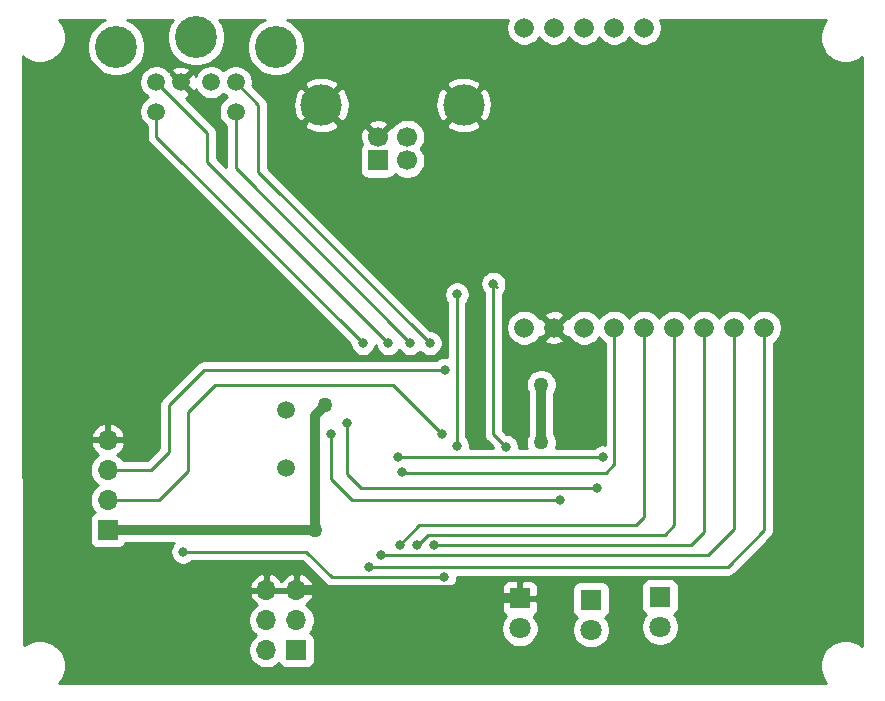
<source format=gbr>
G04 #@! TF.GenerationSoftware,KiCad,Pcbnew,(5.1.5)-3*
G04 #@! TF.CreationDate,2021-12-10T20:30:37-03:00*
G04 #@! TF.ProjectId,remoto,72656d6f-746f-42e6-9b69-6361645f7063,rev?*
G04 #@! TF.SameCoordinates,Original*
G04 #@! TF.FileFunction,Copper,L2,Bot*
G04 #@! TF.FilePolarity,Positive*
%FSLAX46Y46*%
G04 Gerber Fmt 4.6, Leading zero omitted, Abs format (unit mm)*
G04 Created by KiCad (PCBNEW (5.1.5)-3) date 2021-12-10 20:30:37*
%MOMM*%
%LPD*%
G04 APERTURE LIST*
%ADD10C,1.500000*%
%ADD11C,3.555000*%
%ADD12C,1.509000*%
%ADD13O,1.700000X1.700000*%
%ADD14R,1.700000X1.700000*%
%ADD15C,1.700000*%
%ADD16C,3.500000*%
%ADD17C,1.665000*%
%ADD18C,1.800000*%
%ADD19R,1.800000X1.800000*%
%ADD20C,1.270000*%
%ADD21C,0.800000*%
%ADD22C,0.812800*%
%ADD23C,0.812800*%
%ADD24C,0.508000*%
%ADD25C,0.254000*%
G04 APERTURE END LIST*
D10*
X49232820Y-64836380D03*
X49232820Y-59936380D03*
D11*
X48369800Y-29207200D03*
X41609800Y-28397200D03*
X34849800Y-29207200D03*
D12*
X44959800Y-34697200D03*
X38259800Y-34697200D03*
X44959800Y-32207200D03*
X38259800Y-32207200D03*
X42909800Y-32207200D03*
X40309800Y-32207200D03*
D13*
X47581820Y-75214480D03*
X50121820Y-75214480D03*
X47581820Y-77754480D03*
X50121820Y-77754480D03*
X47581820Y-80294480D03*
D14*
X50121820Y-80294480D03*
D15*
X59500000Y-36835000D03*
D16*
X52230000Y-34125000D03*
D15*
X57000000Y-36835000D03*
D14*
X57000000Y-38835000D03*
D15*
X59500000Y-38835000D03*
D16*
X64270000Y-34125000D03*
D13*
X34145220Y-62499240D03*
X34145220Y-65039240D03*
X34145220Y-67579240D03*
D14*
X34145220Y-70119240D03*
D17*
X69400000Y-52984400D03*
X71940000Y-52984400D03*
X74480000Y-52984400D03*
X77020000Y-52984400D03*
X79560000Y-52984400D03*
X82100000Y-52984400D03*
X84640000Y-52984400D03*
X87180000Y-52984400D03*
X89720000Y-52984400D03*
X69400000Y-27584400D03*
X71940000Y-27584400D03*
X74480000Y-27584400D03*
X77020000Y-27584400D03*
X79560000Y-27584400D03*
D18*
X69037200Y-78460600D03*
D19*
X69037200Y-75920600D03*
D18*
X75057000Y-78562200D03*
D19*
X75057000Y-76022200D03*
D18*
X80899000Y-78333600D03*
D19*
X80899000Y-75793600D03*
D20*
X63812420Y-75214480D03*
X89341960Y-81346040D03*
D21*
X29845000Y-34290000D03*
X29845000Y-39370000D03*
X31115000Y-58420000D03*
X37465000Y-58420000D03*
X30353000Y-75184000D03*
X34290000Y-80137000D03*
X60706000Y-80137000D03*
X86360000Y-76454000D03*
X96520000Y-74930000D03*
X96393000Y-66548000D03*
X92837000Y-71628000D03*
X74676000Y-60325000D03*
X94996000Y-58801000D03*
X94742000Y-48768000D03*
X95758000Y-34798000D03*
X90170000Y-28956000D03*
X83947000Y-28956000D03*
X90551000Y-34417000D03*
X81153000Y-34163000D03*
X90551000Y-40767000D03*
X90551000Y-49022000D03*
X81153000Y-49403000D03*
X73406000Y-49403000D03*
X73533000Y-34417000D03*
X69088000Y-38608000D03*
X68961000Y-47117000D03*
X55118000Y-29845000D03*
X61468000Y-29845000D03*
X56261000Y-45466000D03*
X59309000Y-49657000D03*
X49911000Y-52070000D03*
X44069000Y-51943000D03*
X38481000Y-52197000D03*
X36703000Y-39624000D03*
X38100000Y-74168000D03*
X36677600Y-44678600D03*
X36677600Y-48920400D03*
D22*
X58707020Y-63969900D03*
X76073000Y-63969900D03*
D20*
X70853300Y-62687200D03*
X70853300Y-57810400D03*
X51681380Y-70106540D03*
X52552600Y-59563000D03*
D22*
X75524360Y-66573400D03*
X54437280Y-61064140D03*
X72471280Y-67604640D03*
X53009800Y-61968380D03*
X59029600Y-65252600D03*
X58874660Y-71361300D03*
X60365640Y-71353680D03*
X61765180Y-71414640D03*
X57250000Y-72240140D03*
X56250000Y-73261220D03*
X62664340Y-56548020D03*
X62448440Y-61968380D03*
X57896760Y-54300000D03*
X59750960Y-54300000D03*
X55745380Y-54300000D03*
X61409580Y-54300000D03*
X67835780Y-63060580D03*
X66786760Y-49253140D03*
X63700660Y-62971680D03*
X63705740Y-50170080D03*
X40518080Y-71958200D03*
X62621160Y-74124820D03*
D23*
X50121820Y-75214480D02*
X63812420Y-75214480D01*
X64518540Y-75920600D02*
X69037200Y-75920600D01*
D24*
X63812420Y-75214480D02*
X63812420Y-75214480D01*
D23*
X63812420Y-75214480D02*
X64518540Y-75920600D01*
X89341960Y-81346040D02*
X65587880Y-81346040D01*
X63812420Y-79570580D02*
X63812420Y-75214480D01*
X65587880Y-81346040D02*
X63812420Y-79570580D01*
X36677600Y-44678600D02*
X36677600Y-48920400D01*
D25*
X58707020Y-63969900D02*
X76073000Y-63969900D01*
D23*
X70853300Y-62687200D02*
X70853300Y-62112464D01*
X70853300Y-62112464D02*
X70853300Y-57810400D01*
X34145220Y-70119240D02*
X51668680Y-70119240D01*
D24*
X51668680Y-70119240D02*
X51681380Y-70106540D01*
D23*
X51681380Y-70106540D02*
X51681380Y-60434220D01*
X51681380Y-60434220D02*
X52552600Y-59563000D01*
D25*
X74775060Y-66573400D02*
X75524360Y-66573400D01*
X55603140Y-66573400D02*
X74775060Y-66573400D01*
X54437280Y-61064140D02*
X54437280Y-65407540D01*
X54437280Y-65407540D02*
X55603140Y-66573400D01*
X72471280Y-67604640D02*
X61546740Y-67604640D01*
X61546740Y-67604640D02*
X56225440Y-67604640D01*
X56225440Y-67604640D02*
X54841140Y-67604640D01*
X54841140Y-67604640D02*
X53009800Y-65773300D01*
X53009800Y-65773300D02*
X53009800Y-61968380D01*
X77020000Y-64533360D02*
X77020000Y-52984400D01*
X77022960Y-64536320D02*
X77020000Y-64533360D01*
X59029600Y-65260220D02*
X76299060Y-65260220D01*
X76299060Y-65260220D02*
X77022960Y-64536320D01*
X79560000Y-69014760D02*
X79560000Y-52984400D01*
X58874660Y-71361300D02*
X60520580Y-69715380D01*
X78859380Y-69715380D02*
X79560000Y-69014760D01*
X60520580Y-69715380D02*
X78859380Y-69715380D01*
X82100000Y-52984400D02*
X82100000Y-69700560D01*
X82100000Y-69700560D02*
X81297780Y-70502780D01*
X81297780Y-70502780D02*
X61219080Y-70502780D01*
X61219080Y-70502780D02*
X60368180Y-71353680D01*
X60368180Y-71353680D02*
X60365640Y-71353680D01*
X84640000Y-52984400D02*
X84640000Y-69967260D01*
X84640000Y-69967260D02*
X84640000Y-70289840D01*
X84640000Y-70289840D02*
X83515200Y-71414640D01*
X83515200Y-71414640D02*
X61765180Y-71414640D01*
X87180000Y-69997740D02*
X87180000Y-52984400D01*
X57250000Y-72240140D02*
X84937600Y-72240140D01*
X84937600Y-72240140D02*
X87180000Y-69997740D01*
X89728040Y-70152260D02*
X89720000Y-70144220D01*
X89720000Y-70144220D02*
X89720000Y-52984400D01*
X56250000Y-73261220D02*
X86619080Y-73261220D01*
X86619080Y-73261220D02*
X89728040Y-70152260D01*
X37815520Y-65039240D02*
X34145220Y-65039240D01*
X39301420Y-63553340D02*
X37815520Y-65039240D01*
X39301420Y-59563000D02*
X39301420Y-63553340D01*
X62664340Y-56548020D02*
X42316400Y-56548020D01*
X42316400Y-56548020D02*
X39301420Y-59563000D01*
X43197780Y-57861200D02*
X40957500Y-60101480D01*
X40957500Y-60101480D02*
X40957500Y-65107820D01*
X38486080Y-67579240D02*
X34145220Y-67579240D01*
X40957500Y-65107820D02*
X38486080Y-67579240D01*
X58331100Y-57851040D02*
X57945020Y-57851040D01*
X62448440Y-61968380D02*
X58331100Y-57851040D01*
X57945020Y-57851040D02*
X43197780Y-57861200D01*
X38259800Y-32207200D02*
X38259800Y-32496540D01*
X38259800Y-32207200D02*
X38259800Y-32455900D01*
X57896760Y-54300000D02*
X42557700Y-38960940D01*
X42557700Y-36505100D02*
X38259800Y-32207200D01*
X42557700Y-38960940D02*
X42557700Y-36505100D01*
X44959800Y-39508840D02*
X44959800Y-34697200D01*
X59750960Y-54300000D02*
X44959800Y-39508840D01*
X38259800Y-36814420D02*
X38259800Y-34697200D01*
X55745380Y-54300000D02*
X38259800Y-36814420D01*
X44959800Y-32207200D02*
X46901100Y-34148500D01*
X46901100Y-34148500D02*
X46901100Y-39651940D01*
X46901100Y-39651940D02*
X46901100Y-39794180D01*
X46901100Y-39794180D02*
X61409580Y-54302660D01*
X67061080Y-49527460D02*
X66786760Y-49253140D01*
X66786760Y-62011560D02*
X67835780Y-63060580D01*
X66786760Y-49253140D02*
X66786760Y-62011560D01*
X63700660Y-62971680D02*
X63700660Y-50175160D01*
X63700660Y-50175160D02*
X63705740Y-50170080D01*
X50962560Y-71958200D02*
X53129180Y-74124820D01*
X53129180Y-74124820D02*
X60855860Y-74124820D01*
X42611040Y-71958200D02*
X50962560Y-71958200D01*
X60855860Y-74124820D02*
X62621160Y-74124820D01*
X40518080Y-71958200D02*
X42611040Y-71958200D01*
G36*
X33682990Y-27024252D02*
G01*
X33279538Y-27293830D01*
X32936430Y-27636938D01*
X32666852Y-28040390D01*
X32481163Y-28488682D01*
X32386500Y-28964586D01*
X32386500Y-29449814D01*
X32481163Y-29925718D01*
X32666852Y-30374010D01*
X32936430Y-30777462D01*
X33279538Y-31120570D01*
X33682990Y-31390148D01*
X34131282Y-31575837D01*
X34607186Y-31670500D01*
X35092414Y-31670500D01*
X35568318Y-31575837D01*
X36016610Y-31390148D01*
X36420062Y-31120570D01*
X36763170Y-30777462D01*
X37032748Y-30374010D01*
X37218437Y-29925718D01*
X37313100Y-29449814D01*
X37313100Y-28964586D01*
X37218437Y-28488682D01*
X37032748Y-28040390D01*
X36763170Y-27636938D01*
X36420062Y-27293830D01*
X36016610Y-27024252D01*
X35774581Y-26924000D01*
X39631575Y-26924000D01*
X39426852Y-27230390D01*
X39241163Y-27678682D01*
X39146500Y-28154586D01*
X39146500Y-28639814D01*
X39241163Y-29115718D01*
X39426852Y-29564010D01*
X39696430Y-29967462D01*
X40039538Y-30310570D01*
X40442990Y-30580148D01*
X40891282Y-30765837D01*
X41367186Y-30860500D01*
X41852414Y-30860500D01*
X42328318Y-30765837D01*
X42776610Y-30580148D01*
X43180062Y-30310570D01*
X43523170Y-29967462D01*
X43792748Y-29564010D01*
X43978437Y-29115718D01*
X44073100Y-28639814D01*
X44073100Y-28154586D01*
X43978437Y-27678682D01*
X43792748Y-27230390D01*
X43588025Y-26924000D01*
X47445019Y-26924000D01*
X47202990Y-27024252D01*
X46799538Y-27293830D01*
X46456430Y-27636938D01*
X46186852Y-28040390D01*
X46001163Y-28488682D01*
X45906500Y-28964586D01*
X45906500Y-29449814D01*
X46001163Y-29925718D01*
X46186852Y-30374010D01*
X46456430Y-30777462D01*
X46799538Y-31120570D01*
X47202990Y-31390148D01*
X47651282Y-31575837D01*
X48127186Y-31670500D01*
X48612414Y-31670500D01*
X49088318Y-31575837D01*
X49536610Y-31390148D01*
X49940062Y-31120570D01*
X50283170Y-30777462D01*
X50552748Y-30374010D01*
X50738437Y-29925718D01*
X50833100Y-29449814D01*
X50833100Y-28964586D01*
X50738437Y-28488682D01*
X50552748Y-28040390D01*
X50283170Y-27636938D01*
X49940062Y-27293830D01*
X49536610Y-27024252D01*
X49294581Y-26924000D01*
X68030151Y-26924000D01*
X67940048Y-27141528D01*
X67881700Y-27434861D01*
X67881700Y-27733939D01*
X67940048Y-28027272D01*
X68054500Y-28303585D01*
X68220660Y-28552260D01*
X68432140Y-28763740D01*
X68680815Y-28929900D01*
X68957128Y-29044352D01*
X69250461Y-29102700D01*
X69549539Y-29102700D01*
X69842872Y-29044352D01*
X70119185Y-28929900D01*
X70367860Y-28763740D01*
X70579340Y-28552260D01*
X70670000Y-28416578D01*
X70760660Y-28552260D01*
X70972140Y-28763740D01*
X71220815Y-28929900D01*
X71497128Y-29044352D01*
X71790461Y-29102700D01*
X72089539Y-29102700D01*
X72382872Y-29044352D01*
X72659185Y-28929900D01*
X72907860Y-28763740D01*
X73119340Y-28552260D01*
X73210000Y-28416578D01*
X73300660Y-28552260D01*
X73512140Y-28763740D01*
X73760815Y-28929900D01*
X74037128Y-29044352D01*
X74330461Y-29102700D01*
X74629539Y-29102700D01*
X74922872Y-29044352D01*
X75199185Y-28929900D01*
X75447860Y-28763740D01*
X75659340Y-28552260D01*
X75750000Y-28416578D01*
X75840660Y-28552260D01*
X76052140Y-28763740D01*
X76300815Y-28929900D01*
X76577128Y-29044352D01*
X76870461Y-29102700D01*
X77169539Y-29102700D01*
X77462872Y-29044352D01*
X77739185Y-28929900D01*
X77987860Y-28763740D01*
X78199340Y-28552260D01*
X78290000Y-28416578D01*
X78380660Y-28552260D01*
X78592140Y-28763740D01*
X78840815Y-28929900D01*
X79117128Y-29044352D01*
X79410461Y-29102700D01*
X79709539Y-29102700D01*
X80002872Y-29044352D01*
X80279185Y-28929900D01*
X80527860Y-28763740D01*
X80739340Y-28552260D01*
X80905500Y-28303585D01*
X81019952Y-28027272D01*
X81078300Y-27733939D01*
X81078300Y-27434861D01*
X81019952Y-27141528D01*
X80929849Y-26924000D01*
X94988012Y-26924000D01*
X94902178Y-27009834D01*
X94662969Y-27367836D01*
X94498199Y-27765626D01*
X94414200Y-28187918D01*
X94414200Y-28618482D01*
X94498199Y-29040774D01*
X94662969Y-29438564D01*
X94902178Y-29796566D01*
X95206634Y-30101022D01*
X95564636Y-30340231D01*
X95962426Y-30505001D01*
X96384718Y-30589000D01*
X96815282Y-30589000D01*
X97237574Y-30505001D01*
X97635364Y-30340231D01*
X97993366Y-30101022D01*
X98044000Y-30050388D01*
X98044000Y-79952812D01*
X97993366Y-79902178D01*
X97635364Y-79662969D01*
X97237574Y-79498199D01*
X96815282Y-79414200D01*
X96384718Y-79414200D01*
X95962426Y-79498199D01*
X95564636Y-79662969D01*
X95206634Y-79902178D01*
X94902178Y-80206634D01*
X94662969Y-80564636D01*
X94498199Y-80962426D01*
X94414200Y-81384718D01*
X94414200Y-81815282D01*
X94498199Y-82237574D01*
X94662969Y-82635364D01*
X94902178Y-82993366D01*
X94966812Y-83058000D01*
X30026188Y-83058000D01*
X30090622Y-82993566D01*
X30329831Y-82635564D01*
X30494601Y-82237774D01*
X30578600Y-81815482D01*
X30578600Y-81384918D01*
X30494601Y-80962626D01*
X30329831Y-80564836D01*
X30090622Y-80206834D01*
X29786166Y-79902378D01*
X29428164Y-79663169D01*
X29030374Y-79498399D01*
X28608082Y-79414400D01*
X28177518Y-79414400D01*
X27755226Y-79498399D01*
X27357436Y-79663169D01*
X27043541Y-79872906D01*
X27038430Y-77603217D01*
X46046020Y-77603217D01*
X46046020Y-77905743D01*
X46105040Y-78202456D01*
X46220812Y-78481954D01*
X46388886Y-78733495D01*
X46602805Y-78947414D01*
X46718143Y-79024480D01*
X46602805Y-79101546D01*
X46388886Y-79315465D01*
X46220812Y-79567006D01*
X46105040Y-79846504D01*
X46046020Y-80143217D01*
X46046020Y-80445743D01*
X46105040Y-80742456D01*
X46220812Y-81021954D01*
X46388886Y-81273495D01*
X46602805Y-81487414D01*
X46854346Y-81655488D01*
X47133844Y-81771260D01*
X47430557Y-81830280D01*
X47733083Y-81830280D01*
X48029796Y-81771260D01*
X48309294Y-81655488D01*
X48560835Y-81487414D01*
X48636864Y-81411385D01*
X48698839Y-81527333D01*
X48784540Y-81631760D01*
X48888967Y-81717461D01*
X49008106Y-81781142D01*
X49137380Y-81820357D01*
X49271820Y-81833598D01*
X50971820Y-81833598D01*
X51106260Y-81820357D01*
X51235534Y-81781142D01*
X51354673Y-81717461D01*
X51459100Y-81631760D01*
X51544801Y-81527333D01*
X51608482Y-81408194D01*
X51647697Y-81278920D01*
X51660938Y-81144480D01*
X51660938Y-79444480D01*
X51647697Y-79310040D01*
X51608482Y-79180766D01*
X51544801Y-79061627D01*
X51459100Y-78957200D01*
X51354673Y-78871499D01*
X51238725Y-78809524D01*
X51314754Y-78733495D01*
X51482828Y-78481954D01*
X51556368Y-78304412D01*
X67451400Y-78304412D01*
X67451400Y-78616788D01*
X67512341Y-78923161D01*
X67631882Y-79211758D01*
X67805429Y-79471489D01*
X68026311Y-79692371D01*
X68286042Y-79865918D01*
X68574639Y-79985459D01*
X68881012Y-80046400D01*
X69193388Y-80046400D01*
X69499761Y-79985459D01*
X69788358Y-79865918D01*
X70048089Y-79692371D01*
X70268971Y-79471489D01*
X70442518Y-79211758D01*
X70562059Y-78923161D01*
X70623000Y-78616788D01*
X70623000Y-78304412D01*
X70562059Y-77998039D01*
X70442518Y-77709442D01*
X70268971Y-77449711D01*
X70212648Y-77393388D01*
X70291694Y-77351137D01*
X70388385Y-77271785D01*
X70467737Y-77175094D01*
X70526702Y-77064780D01*
X70563012Y-76945082D01*
X70575272Y-76820600D01*
X70572200Y-76206350D01*
X70413450Y-76047600D01*
X69164200Y-76047600D01*
X69164200Y-76067600D01*
X68910200Y-76067600D01*
X68910200Y-76047600D01*
X67660950Y-76047600D01*
X67502200Y-76206350D01*
X67499128Y-76820600D01*
X67511388Y-76945082D01*
X67547698Y-77064780D01*
X67606663Y-77175094D01*
X67686015Y-77271785D01*
X67782706Y-77351137D01*
X67861752Y-77393388D01*
X67805429Y-77449711D01*
X67631882Y-77709442D01*
X67512341Y-77998039D01*
X67451400Y-78304412D01*
X51556368Y-78304412D01*
X51598600Y-78202456D01*
X51657620Y-77905743D01*
X51657620Y-77603217D01*
X51598600Y-77306504D01*
X51482828Y-77027006D01*
X51314754Y-76775465D01*
X51100835Y-76561546D01*
X50934627Y-76450490D01*
X51003175Y-76409658D01*
X51219408Y-76214749D01*
X51393461Y-75981400D01*
X51518645Y-75718579D01*
X51563296Y-75571370D01*
X51441975Y-75341480D01*
X50248820Y-75341480D01*
X50248820Y-75361480D01*
X49994820Y-75361480D01*
X49994820Y-75341480D01*
X47708820Y-75341480D01*
X47708820Y-75361480D01*
X47454820Y-75361480D01*
X47454820Y-75341480D01*
X46261665Y-75341480D01*
X46140344Y-75571370D01*
X46184995Y-75718579D01*
X46310179Y-75981400D01*
X46484232Y-76214749D01*
X46700465Y-76409658D01*
X46769013Y-76450490D01*
X46602805Y-76561546D01*
X46388886Y-76775465D01*
X46220812Y-77027006D01*
X46105040Y-77306504D01*
X46046020Y-77603217D01*
X27038430Y-77603217D01*
X27032247Y-74857590D01*
X46140344Y-74857590D01*
X46261665Y-75087480D01*
X47454820Y-75087480D01*
X47454820Y-73893666D01*
X47708820Y-73893666D01*
X47708820Y-75087480D01*
X49994820Y-75087480D01*
X49994820Y-73893666D01*
X50248820Y-73893666D01*
X50248820Y-75087480D01*
X51441975Y-75087480D01*
X51563296Y-74857590D01*
X51518645Y-74710381D01*
X51393461Y-74447560D01*
X51219408Y-74214211D01*
X51003175Y-74019302D01*
X50753072Y-73870323D01*
X50478711Y-73772999D01*
X50248820Y-73893666D01*
X49994820Y-73893666D01*
X49764929Y-73772999D01*
X49490568Y-73870323D01*
X49240465Y-74019302D01*
X49024232Y-74214211D01*
X48851820Y-74445360D01*
X48679408Y-74214211D01*
X48463175Y-74019302D01*
X48213072Y-73870323D01*
X47938711Y-73772999D01*
X47708820Y-73893666D01*
X47454820Y-73893666D01*
X47224929Y-73772999D01*
X46950568Y-73870323D01*
X46700465Y-74019302D01*
X46484232Y-74214211D01*
X46310179Y-74447560D01*
X46184995Y-74710381D01*
X46140344Y-74857590D01*
X27032247Y-74857590D01*
X27019660Y-69269240D01*
X32606102Y-69269240D01*
X32606102Y-70969240D01*
X32619343Y-71103680D01*
X32658558Y-71232954D01*
X32722239Y-71352093D01*
X32807940Y-71456520D01*
X32912367Y-71542221D01*
X33031506Y-71605902D01*
X33160780Y-71645117D01*
X33295220Y-71658358D01*
X34995220Y-71658358D01*
X35129660Y-71645117D01*
X35258934Y-71605902D01*
X35378073Y-71542221D01*
X35482500Y-71456520D01*
X35568201Y-71352093D01*
X35631882Y-71232954D01*
X35638408Y-71211440D01*
X39720236Y-71211440D01*
X39669713Y-71261963D01*
X39550185Y-71440849D01*
X39467852Y-71639617D01*
X39425880Y-71850628D01*
X39425880Y-72065772D01*
X39467852Y-72276783D01*
X39550185Y-72475551D01*
X39669713Y-72654437D01*
X39821843Y-72806567D01*
X40000729Y-72926095D01*
X40199497Y-73008428D01*
X40410508Y-73050400D01*
X40625652Y-73050400D01*
X40836663Y-73008428D01*
X41035431Y-72926095D01*
X41214317Y-72806567D01*
X41249884Y-72771000D01*
X50625888Y-72771000D01*
X52526208Y-74671320D01*
X52551663Y-74702337D01*
X52637217Y-74772549D01*
X52675427Y-74803908D01*
X52724612Y-74830197D01*
X52816630Y-74879382D01*
X52969843Y-74925859D01*
X53089257Y-74937620D01*
X53089259Y-74937620D01*
X53129179Y-74941552D01*
X53169100Y-74937620D01*
X61889356Y-74937620D01*
X61924923Y-74973187D01*
X62103809Y-75092715D01*
X62302577Y-75175048D01*
X62513588Y-75217020D01*
X62728732Y-75217020D01*
X62939743Y-75175048D01*
X63138511Y-75092715D01*
X63246438Y-75020600D01*
X67499128Y-75020600D01*
X67502200Y-75634850D01*
X67660950Y-75793600D01*
X68910200Y-75793600D01*
X68910200Y-74544350D01*
X69164200Y-74544350D01*
X69164200Y-75793600D01*
X70413450Y-75793600D01*
X70572200Y-75634850D01*
X70574763Y-75122200D01*
X73467882Y-75122200D01*
X73467882Y-76922200D01*
X73481123Y-77056640D01*
X73520338Y-77185914D01*
X73584019Y-77305053D01*
X73669720Y-77409480D01*
X73774147Y-77495181D01*
X73844014Y-77532526D01*
X73825229Y-77551311D01*
X73651682Y-77811042D01*
X73532141Y-78099639D01*
X73471200Y-78406012D01*
X73471200Y-78718388D01*
X73532141Y-79024761D01*
X73651682Y-79313358D01*
X73825229Y-79573089D01*
X74046111Y-79793971D01*
X74305842Y-79967518D01*
X74594439Y-80087059D01*
X74900812Y-80148000D01*
X75213188Y-80148000D01*
X75519561Y-80087059D01*
X75808158Y-79967518D01*
X76067889Y-79793971D01*
X76288771Y-79573089D01*
X76462318Y-79313358D01*
X76581859Y-79024761D01*
X76642800Y-78718388D01*
X76642800Y-78406012D01*
X76581859Y-78099639D01*
X76462318Y-77811042D01*
X76288771Y-77551311D01*
X76269986Y-77532526D01*
X76339853Y-77495181D01*
X76444280Y-77409480D01*
X76529981Y-77305053D01*
X76593662Y-77185914D01*
X76632877Y-77056640D01*
X76646118Y-76922200D01*
X76646118Y-75122200D01*
X76632877Y-74987760D01*
X76604314Y-74893600D01*
X79309882Y-74893600D01*
X79309882Y-76693600D01*
X79323123Y-76828040D01*
X79362338Y-76957314D01*
X79426019Y-77076453D01*
X79511720Y-77180880D01*
X79616147Y-77266581D01*
X79686014Y-77303926D01*
X79667229Y-77322711D01*
X79493682Y-77582442D01*
X79374141Y-77871039D01*
X79313200Y-78177412D01*
X79313200Y-78489788D01*
X79374141Y-78796161D01*
X79493682Y-79084758D01*
X79667229Y-79344489D01*
X79888111Y-79565371D01*
X80147842Y-79738918D01*
X80436439Y-79858459D01*
X80742812Y-79919400D01*
X81055188Y-79919400D01*
X81361561Y-79858459D01*
X81650158Y-79738918D01*
X81909889Y-79565371D01*
X82130771Y-79344489D01*
X82304318Y-79084758D01*
X82423859Y-78796161D01*
X82484800Y-78489788D01*
X82484800Y-78177412D01*
X82423859Y-77871039D01*
X82304318Y-77582442D01*
X82130771Y-77322711D01*
X82111986Y-77303926D01*
X82181853Y-77266581D01*
X82286280Y-77180880D01*
X82371981Y-77076453D01*
X82435662Y-76957314D01*
X82474877Y-76828040D01*
X82488118Y-76693600D01*
X82488118Y-74893600D01*
X82474877Y-74759160D01*
X82435662Y-74629886D01*
X82371981Y-74510747D01*
X82286280Y-74406320D01*
X82181853Y-74320619D01*
X82062714Y-74256938D01*
X81933440Y-74217723D01*
X81799000Y-74204482D01*
X79999000Y-74204482D01*
X79864560Y-74217723D01*
X79735286Y-74256938D01*
X79616147Y-74320619D01*
X79511720Y-74406320D01*
X79426019Y-74510747D01*
X79362338Y-74629886D01*
X79323123Y-74759160D01*
X79309882Y-74893600D01*
X76604314Y-74893600D01*
X76593662Y-74858486D01*
X76529981Y-74739347D01*
X76444280Y-74634920D01*
X76339853Y-74549219D01*
X76220714Y-74485538D01*
X76091440Y-74446323D01*
X75957000Y-74433082D01*
X74157000Y-74433082D01*
X74022560Y-74446323D01*
X73893286Y-74485538D01*
X73774147Y-74549219D01*
X73669720Y-74634920D01*
X73584019Y-74739347D01*
X73520338Y-74858486D01*
X73481123Y-74987760D01*
X73467882Y-75122200D01*
X70574763Y-75122200D01*
X70575272Y-75020600D01*
X70563012Y-74896118D01*
X70526702Y-74776420D01*
X70467737Y-74666106D01*
X70388385Y-74569415D01*
X70291694Y-74490063D01*
X70181380Y-74431098D01*
X70061682Y-74394788D01*
X69937200Y-74382528D01*
X69322950Y-74385600D01*
X69164200Y-74544350D01*
X68910200Y-74544350D01*
X68751450Y-74385600D01*
X68137200Y-74382528D01*
X68012718Y-74394788D01*
X67893020Y-74431098D01*
X67782706Y-74490063D01*
X67686015Y-74569415D01*
X67606663Y-74666106D01*
X67547698Y-74776420D01*
X67511388Y-74896118D01*
X67499128Y-75020600D01*
X63246438Y-75020600D01*
X63317397Y-74973187D01*
X63469527Y-74821057D01*
X63589055Y-74642171D01*
X63671388Y-74443403D01*
X63713360Y-74232392D01*
X63713360Y-74074020D01*
X86579160Y-74074020D01*
X86619080Y-74077952D01*
X86659000Y-74074020D01*
X86659003Y-74074020D01*
X86778417Y-74062259D01*
X86931630Y-74015782D01*
X87072832Y-73940308D01*
X87196597Y-73838737D01*
X87222052Y-73807720D01*
X90274549Y-70755223D01*
X90305556Y-70729776D01*
X90350845Y-70674592D01*
X90407128Y-70606013D01*
X90482601Y-70464810D01*
X90529078Y-70311597D01*
X90544772Y-70152261D01*
X90533485Y-70037662D01*
X90532800Y-70030712D01*
X90532800Y-54267348D01*
X90687860Y-54163740D01*
X90899340Y-53952260D01*
X91065500Y-53703585D01*
X91179952Y-53427272D01*
X91238300Y-53133939D01*
X91238300Y-52834861D01*
X91179952Y-52541528D01*
X91065500Y-52265215D01*
X90899340Y-52016540D01*
X90687860Y-51805060D01*
X90439185Y-51638900D01*
X90162872Y-51524448D01*
X89869539Y-51466100D01*
X89570461Y-51466100D01*
X89277128Y-51524448D01*
X89000815Y-51638900D01*
X88752140Y-51805060D01*
X88540660Y-52016540D01*
X88450000Y-52152222D01*
X88359340Y-52016540D01*
X88147860Y-51805060D01*
X87899185Y-51638900D01*
X87622872Y-51524448D01*
X87329539Y-51466100D01*
X87030461Y-51466100D01*
X86737128Y-51524448D01*
X86460815Y-51638900D01*
X86212140Y-51805060D01*
X86000660Y-52016540D01*
X85910000Y-52152222D01*
X85819340Y-52016540D01*
X85607860Y-51805060D01*
X85359185Y-51638900D01*
X85082872Y-51524448D01*
X84789539Y-51466100D01*
X84490461Y-51466100D01*
X84197128Y-51524448D01*
X83920815Y-51638900D01*
X83672140Y-51805060D01*
X83460660Y-52016540D01*
X83370000Y-52152222D01*
X83279340Y-52016540D01*
X83067860Y-51805060D01*
X82819185Y-51638900D01*
X82542872Y-51524448D01*
X82249539Y-51466100D01*
X81950461Y-51466100D01*
X81657128Y-51524448D01*
X81380815Y-51638900D01*
X81132140Y-51805060D01*
X80920660Y-52016540D01*
X80830000Y-52152222D01*
X80739340Y-52016540D01*
X80527860Y-51805060D01*
X80279185Y-51638900D01*
X80002872Y-51524448D01*
X79709539Y-51466100D01*
X79410461Y-51466100D01*
X79117128Y-51524448D01*
X78840815Y-51638900D01*
X78592140Y-51805060D01*
X78380660Y-52016540D01*
X78290000Y-52152222D01*
X78199340Y-52016540D01*
X77987860Y-51805060D01*
X77739185Y-51638900D01*
X77462872Y-51524448D01*
X77169539Y-51466100D01*
X76870461Y-51466100D01*
X76577128Y-51524448D01*
X76300815Y-51638900D01*
X76052140Y-51805060D01*
X75840660Y-52016540D01*
X75750000Y-52152222D01*
X75659340Y-52016540D01*
X75447860Y-51805060D01*
X75199185Y-51638900D01*
X74922872Y-51524448D01*
X74629539Y-51466100D01*
X74330461Y-51466100D01*
X74037128Y-51524448D01*
X73760815Y-51638900D01*
X73512140Y-51805060D01*
X73300660Y-52016540D01*
X73169226Y-52213244D01*
X72955906Y-52148099D01*
X72119605Y-52984400D01*
X72955906Y-53820701D01*
X73169226Y-53755556D01*
X73300660Y-53952260D01*
X73512140Y-54163740D01*
X73760815Y-54329900D01*
X74037128Y-54444352D01*
X74330461Y-54502700D01*
X74629539Y-54502700D01*
X74922872Y-54444352D01*
X75199185Y-54329900D01*
X75447860Y-54163740D01*
X75659340Y-53952260D01*
X75750000Y-53816578D01*
X75840660Y-53952260D01*
X76052140Y-54163740D01*
X76207201Y-54267349D01*
X76207200Y-62882997D01*
X76180572Y-62877700D01*
X75965428Y-62877700D01*
X75754417Y-62919672D01*
X75555649Y-63002005D01*
X75376763Y-63121533D01*
X75341196Y-63157100D01*
X72088285Y-63157100D01*
X72123343Y-63072463D01*
X72174100Y-62817287D01*
X72174100Y-62557113D01*
X72123343Y-62301937D01*
X72023778Y-62061566D01*
X71945500Y-61944415D01*
X71945500Y-58553185D01*
X72023778Y-58436034D01*
X72123343Y-58195663D01*
X72174100Y-57940487D01*
X72174100Y-57680313D01*
X72123343Y-57425137D01*
X72023778Y-57184766D01*
X71879233Y-56968439D01*
X71695261Y-56784467D01*
X71478934Y-56639922D01*
X71238563Y-56540357D01*
X70983387Y-56489600D01*
X70723213Y-56489600D01*
X70468037Y-56540357D01*
X70227666Y-56639922D01*
X70011339Y-56784467D01*
X69827367Y-56968439D01*
X69682822Y-57184766D01*
X69583257Y-57425137D01*
X69532500Y-57680313D01*
X69532500Y-57940487D01*
X69583257Y-58195663D01*
X69682822Y-58436034D01*
X69761101Y-58553187D01*
X69761100Y-61944415D01*
X69682822Y-62061566D01*
X69583257Y-62301937D01*
X69532500Y-62557113D01*
X69532500Y-62817287D01*
X69583257Y-63072463D01*
X69618315Y-63157100D01*
X68927980Y-63157100D01*
X68927980Y-62953008D01*
X68886008Y-62741997D01*
X68803675Y-62543229D01*
X68684147Y-62364343D01*
X68532017Y-62212213D01*
X68353131Y-62092685D01*
X68154363Y-62010352D01*
X67943352Y-61968380D01*
X67893052Y-61968380D01*
X67599560Y-61674888D01*
X67599560Y-52834861D01*
X67881700Y-52834861D01*
X67881700Y-53133939D01*
X67940048Y-53427272D01*
X68054500Y-53703585D01*
X68220660Y-53952260D01*
X68432140Y-54163740D01*
X68680815Y-54329900D01*
X68957128Y-54444352D01*
X69250461Y-54502700D01*
X69549539Y-54502700D01*
X69842872Y-54444352D01*
X70119185Y-54329900D01*
X70367860Y-54163740D01*
X70531294Y-54000306D01*
X71103699Y-54000306D01*
X71179217Y-54247593D01*
X71440273Y-54371743D01*
X71720532Y-54442577D01*
X72009226Y-54457374D01*
X72295259Y-54415566D01*
X72567639Y-54318759D01*
X72700783Y-54247593D01*
X72776301Y-54000306D01*
X71940000Y-53164005D01*
X71103699Y-54000306D01*
X70531294Y-54000306D01*
X70579340Y-53952260D01*
X70710774Y-53755556D01*
X70924094Y-53820701D01*
X71760395Y-52984400D01*
X70924094Y-52148099D01*
X70710774Y-52213244D01*
X70579340Y-52016540D01*
X70531294Y-51968494D01*
X71103699Y-51968494D01*
X71940000Y-52804795D01*
X72776301Y-51968494D01*
X72700783Y-51721207D01*
X72439727Y-51597057D01*
X72159468Y-51526223D01*
X71870774Y-51511426D01*
X71584741Y-51553234D01*
X71312361Y-51650041D01*
X71179217Y-51721207D01*
X71103699Y-51968494D01*
X70531294Y-51968494D01*
X70367860Y-51805060D01*
X70119185Y-51638900D01*
X69842872Y-51524448D01*
X69549539Y-51466100D01*
X69250461Y-51466100D01*
X68957128Y-51524448D01*
X68680815Y-51638900D01*
X68432140Y-51805060D01*
X68220660Y-52016540D01*
X68054500Y-52265215D01*
X67940048Y-52541528D01*
X67881700Y-52834861D01*
X67599560Y-52834861D01*
X67599560Y-50137012D01*
X67638596Y-50104976D01*
X67740168Y-49981211D01*
X67815642Y-49840009D01*
X67862118Y-49686796D01*
X67877812Y-49527459D01*
X67867208Y-49419796D01*
X67878960Y-49360712D01*
X67878960Y-49145568D01*
X67836988Y-48934557D01*
X67754655Y-48735789D01*
X67635127Y-48556903D01*
X67482997Y-48404773D01*
X67304111Y-48285245D01*
X67105343Y-48202912D01*
X66894332Y-48160940D01*
X66679188Y-48160940D01*
X66468177Y-48202912D01*
X66269409Y-48285245D01*
X66090523Y-48404773D01*
X65938393Y-48556903D01*
X65818865Y-48735789D01*
X65736532Y-48934557D01*
X65694560Y-49145568D01*
X65694560Y-49360712D01*
X65736532Y-49571723D01*
X65818865Y-49770491D01*
X65938393Y-49949377D01*
X65973960Y-49984944D01*
X65973961Y-61971630D01*
X65970028Y-62011560D01*
X65985722Y-62170896D01*
X66032198Y-62324109D01*
X66053704Y-62364343D01*
X66107673Y-62465312D01*
X66209244Y-62589077D01*
X66240255Y-62614527D01*
X66743580Y-63117852D01*
X66743580Y-63157100D01*
X64777375Y-63157100D01*
X64792860Y-63079252D01*
X64792860Y-62864108D01*
X64750888Y-62653097D01*
X64668555Y-62454329D01*
X64549027Y-62275443D01*
X64513460Y-62239876D01*
X64513460Y-50906964D01*
X64554107Y-50866317D01*
X64673635Y-50687431D01*
X64755968Y-50488663D01*
X64797940Y-50277652D01*
X64797940Y-50062508D01*
X64755968Y-49851497D01*
X64673635Y-49652729D01*
X64554107Y-49473843D01*
X64401977Y-49321713D01*
X64223091Y-49202185D01*
X64024323Y-49119852D01*
X63813312Y-49077880D01*
X63598168Y-49077880D01*
X63387157Y-49119852D01*
X63188389Y-49202185D01*
X63009503Y-49321713D01*
X62857373Y-49473843D01*
X62737845Y-49652729D01*
X62655512Y-49851497D01*
X62613540Y-50062508D01*
X62613540Y-50277652D01*
X62655512Y-50488663D01*
X62737845Y-50687431D01*
X62857373Y-50866317D01*
X62887861Y-50896805D01*
X62887861Y-55478883D01*
X62771912Y-55455820D01*
X62556768Y-55455820D01*
X62345757Y-55497792D01*
X62146989Y-55580125D01*
X61968103Y-55699653D01*
X61932536Y-55735220D01*
X42356323Y-55735220D01*
X42316400Y-55731288D01*
X42276477Y-55735220D01*
X42157063Y-55746981D01*
X42003850Y-55793458D01*
X41862648Y-55868932D01*
X41738883Y-55970503D01*
X41713433Y-56001514D01*
X38754919Y-58960029D01*
X38723903Y-58985483D01*
X38622332Y-59109249D01*
X38546858Y-59250451D01*
X38500381Y-59403664D01*
X38489162Y-59517573D01*
X38484688Y-59563000D01*
X38488620Y-59602920D01*
X38488621Y-63216666D01*
X37478848Y-64226440D01*
X35449215Y-64226440D01*
X35338154Y-64060225D01*
X35124235Y-63846306D01*
X34958027Y-63735250D01*
X35026575Y-63694418D01*
X35242808Y-63499509D01*
X35416861Y-63266160D01*
X35542045Y-63003339D01*
X35586696Y-62856130D01*
X35465375Y-62626240D01*
X34272220Y-62626240D01*
X34272220Y-62646240D01*
X34018220Y-62646240D01*
X34018220Y-62626240D01*
X32825065Y-62626240D01*
X32703744Y-62856130D01*
X32748395Y-63003339D01*
X32873579Y-63266160D01*
X33047632Y-63499509D01*
X33263865Y-63694418D01*
X33332413Y-63735250D01*
X33166205Y-63846306D01*
X32952286Y-64060225D01*
X32784212Y-64311766D01*
X32668440Y-64591264D01*
X32609420Y-64887977D01*
X32609420Y-65190503D01*
X32668440Y-65487216D01*
X32784212Y-65766714D01*
X32952286Y-66018255D01*
X33166205Y-66232174D01*
X33281543Y-66309240D01*
X33166205Y-66386306D01*
X32952286Y-66600225D01*
X32784212Y-66851766D01*
X32668440Y-67131264D01*
X32609420Y-67427977D01*
X32609420Y-67730503D01*
X32668440Y-68027216D01*
X32784212Y-68306714D01*
X32952286Y-68558255D01*
X33028315Y-68634284D01*
X32912367Y-68696259D01*
X32807940Y-68781960D01*
X32722239Y-68886387D01*
X32658558Y-69005526D01*
X32619343Y-69134800D01*
X32606102Y-69269240D01*
X27019660Y-69269240D01*
X27003609Y-62142350D01*
X32703744Y-62142350D01*
X32825065Y-62372240D01*
X34018220Y-62372240D01*
X34018220Y-61178426D01*
X34272220Y-61178426D01*
X34272220Y-62372240D01*
X35465375Y-62372240D01*
X35586696Y-62142350D01*
X35542045Y-61995141D01*
X35416861Y-61732320D01*
X35242808Y-61498971D01*
X35026575Y-61304062D01*
X34776472Y-61155083D01*
X34502111Y-61057759D01*
X34272220Y-61178426D01*
X34018220Y-61178426D01*
X33788329Y-61057759D01*
X33513968Y-61155083D01*
X33263865Y-61304062D01*
X33047632Y-61498971D01*
X32873579Y-61732320D01*
X32748395Y-61995141D01*
X32703744Y-62142350D01*
X27003609Y-62142350D01*
X26935868Y-32065343D01*
X36819500Y-32065343D01*
X36819500Y-32349057D01*
X36874850Y-32627320D01*
X36983423Y-32889438D01*
X37141046Y-33125338D01*
X37341662Y-33325954D01*
X37530603Y-33452200D01*
X37341662Y-33578446D01*
X37141046Y-33779062D01*
X36983423Y-34014962D01*
X36874850Y-34277080D01*
X36819500Y-34555343D01*
X36819500Y-34839057D01*
X36874850Y-35117320D01*
X36983423Y-35379438D01*
X37141046Y-35615338D01*
X37341662Y-35815954D01*
X37447000Y-35886339D01*
X37447000Y-36774499D01*
X37443068Y-36814420D01*
X37447000Y-36854340D01*
X37447000Y-36854342D01*
X37458761Y-36973756D01*
X37505238Y-37126969D01*
X37580712Y-37268171D01*
X37682283Y-37391937D01*
X37713300Y-37417392D01*
X54653180Y-54357272D01*
X54653180Y-54407572D01*
X54695152Y-54618583D01*
X54777485Y-54817351D01*
X54897013Y-54996237D01*
X55049143Y-55148367D01*
X55228029Y-55267895D01*
X55426797Y-55350228D01*
X55637808Y-55392200D01*
X55852952Y-55392200D01*
X56063963Y-55350228D01*
X56262731Y-55267895D01*
X56441617Y-55148367D01*
X56593747Y-54996237D01*
X56713275Y-54817351D01*
X56795608Y-54618583D01*
X56821070Y-54490575D01*
X56846532Y-54618583D01*
X56928865Y-54817351D01*
X57048393Y-54996237D01*
X57200523Y-55148367D01*
X57379409Y-55267895D01*
X57578177Y-55350228D01*
X57789188Y-55392200D01*
X58004332Y-55392200D01*
X58215343Y-55350228D01*
X58414111Y-55267895D01*
X58592997Y-55148367D01*
X58745127Y-54996237D01*
X58823860Y-54878405D01*
X58902593Y-54996237D01*
X59054723Y-55148367D01*
X59233609Y-55267895D01*
X59432377Y-55350228D01*
X59643388Y-55392200D01*
X59858532Y-55392200D01*
X60069543Y-55350228D01*
X60268311Y-55267895D01*
X60447197Y-55148367D01*
X60580270Y-55015294D01*
X60713343Y-55148367D01*
X60892229Y-55267895D01*
X61090997Y-55350228D01*
X61302008Y-55392200D01*
X61517152Y-55392200D01*
X61728163Y-55350228D01*
X61926931Y-55267895D01*
X62105817Y-55148367D01*
X62257947Y-54996237D01*
X62377475Y-54817351D01*
X62459808Y-54618583D01*
X62501780Y-54407572D01*
X62501780Y-54192428D01*
X62459808Y-53981417D01*
X62377475Y-53782649D01*
X62257947Y-53603763D01*
X62105817Y-53451633D01*
X61926931Y-53332105D01*
X61728163Y-53249772D01*
X61517152Y-53207800D01*
X61464193Y-53207800D01*
X47713900Y-39457508D01*
X47713900Y-37985000D01*
X55460882Y-37985000D01*
X55460882Y-39685000D01*
X55474123Y-39819440D01*
X55513338Y-39948714D01*
X55577019Y-40067853D01*
X55662720Y-40172280D01*
X55767147Y-40257981D01*
X55886286Y-40321662D01*
X56015560Y-40360877D01*
X56150000Y-40374118D01*
X57850000Y-40374118D01*
X57984440Y-40360877D01*
X58113714Y-40321662D01*
X58232853Y-40257981D01*
X58337280Y-40172280D01*
X58422981Y-40067853D01*
X58471023Y-39977972D01*
X58520985Y-40027934D01*
X58772526Y-40196008D01*
X59052024Y-40311780D01*
X59348737Y-40370800D01*
X59651263Y-40370800D01*
X59947976Y-40311780D01*
X60227474Y-40196008D01*
X60479015Y-40027934D01*
X60692934Y-39814015D01*
X60861008Y-39562474D01*
X60976780Y-39282976D01*
X61035800Y-38986263D01*
X61035800Y-38683737D01*
X60976780Y-38387024D01*
X60861008Y-38107526D01*
X60692934Y-37855985D01*
X60671949Y-37835000D01*
X60692934Y-37814015D01*
X60861008Y-37562474D01*
X60976780Y-37282976D01*
X61035800Y-36986263D01*
X61035800Y-36683737D01*
X60976780Y-36387024D01*
X60861008Y-36107526D01*
X60692934Y-35855985D01*
X60631558Y-35794609D01*
X62779997Y-35794609D01*
X62966073Y-36135766D01*
X63383409Y-36351513D01*
X63834815Y-36481696D01*
X64302946Y-36521313D01*
X64769811Y-36468842D01*
X65217468Y-36326297D01*
X65573927Y-36135766D01*
X65760003Y-35794609D01*
X64270000Y-34304605D01*
X62779997Y-35794609D01*
X60631558Y-35794609D01*
X60479015Y-35642066D01*
X60227474Y-35473992D01*
X59947976Y-35358220D01*
X59651263Y-35299200D01*
X59348737Y-35299200D01*
X59052024Y-35358220D01*
X58772526Y-35473992D01*
X58520985Y-35642066D01*
X58307066Y-35855985D01*
X58187018Y-36035649D01*
X58028397Y-35986208D01*
X57179605Y-36835000D01*
X57193748Y-36849143D01*
X57014143Y-37028748D01*
X57000000Y-37014605D01*
X56985858Y-37028748D01*
X56806253Y-36849143D01*
X56820395Y-36835000D01*
X55971603Y-35986208D01*
X55722528Y-36063843D01*
X55596629Y-36327883D01*
X55524661Y-36611411D01*
X55509389Y-36903531D01*
X55551401Y-37193019D01*
X55649081Y-37468747D01*
X55664004Y-37496666D01*
X55662720Y-37497720D01*
X55577019Y-37602147D01*
X55513338Y-37721286D01*
X55474123Y-37850560D01*
X55460882Y-37985000D01*
X47713900Y-37985000D01*
X47713900Y-35794609D01*
X50739997Y-35794609D01*
X50926073Y-36135766D01*
X51343409Y-36351513D01*
X51794815Y-36481696D01*
X52262946Y-36521313D01*
X52729811Y-36468842D01*
X53177468Y-36326297D01*
X53533927Y-36135766D01*
X53713461Y-35806603D01*
X56151208Y-35806603D01*
X57000000Y-36655395D01*
X57848792Y-35806603D01*
X57771157Y-35557528D01*
X57507117Y-35431629D01*
X57223589Y-35359661D01*
X56931469Y-35344389D01*
X56641981Y-35386401D01*
X56366253Y-35484081D01*
X56228843Y-35557528D01*
X56151208Y-35806603D01*
X53713461Y-35806603D01*
X53720003Y-35794609D01*
X52230000Y-34304605D01*
X50739997Y-35794609D01*
X47713900Y-35794609D01*
X47713900Y-34188420D01*
X47716901Y-34157946D01*
X49833687Y-34157946D01*
X49886158Y-34624811D01*
X50028703Y-35072468D01*
X50219234Y-35428927D01*
X50560391Y-35615003D01*
X52050395Y-34125000D01*
X52409605Y-34125000D01*
X53899609Y-35615003D01*
X54240766Y-35428927D01*
X54456513Y-35011591D01*
X54586696Y-34560185D01*
X54620736Y-34157946D01*
X61873687Y-34157946D01*
X61926158Y-34624811D01*
X62068703Y-35072468D01*
X62259234Y-35428927D01*
X62600391Y-35615003D01*
X64090395Y-34125000D01*
X64449605Y-34125000D01*
X65939609Y-35615003D01*
X66280766Y-35428927D01*
X66496513Y-35011591D01*
X66626696Y-34560185D01*
X66666313Y-34092054D01*
X66613842Y-33625189D01*
X66471297Y-33177532D01*
X66280766Y-32821073D01*
X65939609Y-32634997D01*
X64449605Y-34125000D01*
X64090395Y-34125000D01*
X62600391Y-32634997D01*
X62259234Y-32821073D01*
X62043487Y-33238409D01*
X61913304Y-33689815D01*
X61873687Y-34157946D01*
X54620736Y-34157946D01*
X54626313Y-34092054D01*
X54573842Y-33625189D01*
X54431297Y-33177532D01*
X54240766Y-32821073D01*
X53899609Y-32634997D01*
X52409605Y-34125000D01*
X52050395Y-34125000D01*
X50560391Y-32634997D01*
X50219234Y-32821073D01*
X50003487Y-33238409D01*
X49873304Y-33689815D01*
X49833687Y-34157946D01*
X47716901Y-34157946D01*
X47717832Y-34148500D01*
X47713900Y-34108577D01*
X47702139Y-33989163D01*
X47655662Y-33835950D01*
X47580188Y-33694748D01*
X47478617Y-33570983D01*
X47447607Y-33545534D01*
X46375384Y-32473312D01*
X46378948Y-32455391D01*
X50739997Y-32455391D01*
X52230000Y-33945395D01*
X53720003Y-32455391D01*
X62779997Y-32455391D01*
X64270000Y-33945395D01*
X65760003Y-32455391D01*
X65573927Y-32114234D01*
X65156591Y-31898487D01*
X64705185Y-31768304D01*
X64237054Y-31728687D01*
X63770189Y-31781158D01*
X63322532Y-31923703D01*
X62966073Y-32114234D01*
X62779997Y-32455391D01*
X53720003Y-32455391D01*
X53533927Y-32114234D01*
X53116591Y-31898487D01*
X52665185Y-31768304D01*
X52197054Y-31728687D01*
X51730189Y-31781158D01*
X51282532Y-31923703D01*
X50926073Y-32114234D01*
X50739997Y-32455391D01*
X46378948Y-32455391D01*
X46400100Y-32349057D01*
X46400100Y-32065343D01*
X46344750Y-31787080D01*
X46236177Y-31524962D01*
X46078554Y-31289062D01*
X45877938Y-31088446D01*
X45642038Y-30930823D01*
X45379920Y-30822250D01*
X45101657Y-30766900D01*
X44817943Y-30766900D01*
X44539680Y-30822250D01*
X44277562Y-30930823D01*
X44041662Y-31088446D01*
X43934800Y-31195308D01*
X43827938Y-31088446D01*
X43592038Y-30930823D01*
X43329920Y-30822250D01*
X43051657Y-30766900D01*
X42767943Y-30766900D01*
X42489680Y-30822250D01*
X42227562Y-30930823D01*
X41991662Y-31088446D01*
X41791046Y-31289062D01*
X41633423Y-31524962D01*
X41583927Y-31644455D01*
X41570337Y-31606796D01*
X41509334Y-31492668D01*
X41270008Y-31426597D01*
X40489405Y-32207200D01*
X41270008Y-32987803D01*
X41509334Y-32921732D01*
X41582376Y-32766200D01*
X41633423Y-32889438D01*
X41791046Y-33125338D01*
X41991662Y-33325954D01*
X42227562Y-33483577D01*
X42489680Y-33592150D01*
X42767943Y-33647500D01*
X43051657Y-33647500D01*
X43329920Y-33592150D01*
X43592038Y-33483577D01*
X43827938Y-33325954D01*
X43934800Y-33219092D01*
X44041662Y-33325954D01*
X44230603Y-33452200D01*
X44041662Y-33578446D01*
X43841046Y-33779062D01*
X43683423Y-34014962D01*
X43574850Y-34277080D01*
X43519500Y-34555343D01*
X43519500Y-34839057D01*
X43574850Y-35117320D01*
X43683423Y-35379438D01*
X43841046Y-35615338D01*
X44041662Y-35815954D01*
X44147001Y-35886339D01*
X44147000Y-39400768D01*
X43370500Y-38624268D01*
X43370500Y-36545020D01*
X43374432Y-36505099D01*
X43370500Y-36465177D01*
X43358739Y-36345763D01*
X43312262Y-36192550D01*
X43241337Y-36059858D01*
X43236788Y-36051347D01*
X43205429Y-36013137D01*
X43135217Y-35927583D01*
X43104200Y-35902128D01*
X40733558Y-33531486D01*
X40910204Y-33467737D01*
X41024332Y-33406734D01*
X41090403Y-33167408D01*
X40309800Y-32386805D01*
X40295658Y-32400948D01*
X40116053Y-32221343D01*
X40130195Y-32207200D01*
X39598558Y-31675563D01*
X39536177Y-31524962D01*
X39378554Y-31289062D01*
X39336484Y-31246992D01*
X39529197Y-31246992D01*
X40309800Y-32027595D01*
X41090403Y-31246992D01*
X41024332Y-31007666D01*
X40776585Y-30891317D01*
X40510900Y-30825536D01*
X40237486Y-30812851D01*
X39966852Y-30853751D01*
X39709396Y-30946663D01*
X39595268Y-31007666D01*
X39529197Y-31246992D01*
X39336484Y-31246992D01*
X39177938Y-31088446D01*
X38942038Y-30930823D01*
X38679920Y-30822250D01*
X38401657Y-30766900D01*
X38117943Y-30766900D01*
X37839680Y-30822250D01*
X37577562Y-30930823D01*
X37341662Y-31088446D01*
X37141046Y-31289062D01*
X36983423Y-31524962D01*
X36874850Y-31787080D01*
X36819500Y-32065343D01*
X26935868Y-32065343D01*
X26931266Y-30022454D01*
X27006634Y-30097822D01*
X27364636Y-30337031D01*
X27762426Y-30501801D01*
X28184718Y-30585800D01*
X28615282Y-30585800D01*
X29037574Y-30501801D01*
X29435364Y-30337031D01*
X29793366Y-30097822D01*
X30097822Y-29793366D01*
X30337031Y-29435364D01*
X30501801Y-29037574D01*
X30585800Y-28615282D01*
X30585800Y-28184718D01*
X30501801Y-27762426D01*
X30337031Y-27364636D01*
X30097822Y-27006634D01*
X30015188Y-26924000D01*
X33925019Y-26924000D01*
X33682990Y-27024252D01*
G37*
X33682990Y-27024252D02*
X33279538Y-27293830D01*
X32936430Y-27636938D01*
X32666852Y-28040390D01*
X32481163Y-28488682D01*
X32386500Y-28964586D01*
X32386500Y-29449814D01*
X32481163Y-29925718D01*
X32666852Y-30374010D01*
X32936430Y-30777462D01*
X33279538Y-31120570D01*
X33682990Y-31390148D01*
X34131282Y-31575837D01*
X34607186Y-31670500D01*
X35092414Y-31670500D01*
X35568318Y-31575837D01*
X36016610Y-31390148D01*
X36420062Y-31120570D01*
X36763170Y-30777462D01*
X37032748Y-30374010D01*
X37218437Y-29925718D01*
X37313100Y-29449814D01*
X37313100Y-28964586D01*
X37218437Y-28488682D01*
X37032748Y-28040390D01*
X36763170Y-27636938D01*
X36420062Y-27293830D01*
X36016610Y-27024252D01*
X35774581Y-26924000D01*
X39631575Y-26924000D01*
X39426852Y-27230390D01*
X39241163Y-27678682D01*
X39146500Y-28154586D01*
X39146500Y-28639814D01*
X39241163Y-29115718D01*
X39426852Y-29564010D01*
X39696430Y-29967462D01*
X40039538Y-30310570D01*
X40442990Y-30580148D01*
X40891282Y-30765837D01*
X41367186Y-30860500D01*
X41852414Y-30860500D01*
X42328318Y-30765837D01*
X42776610Y-30580148D01*
X43180062Y-30310570D01*
X43523170Y-29967462D01*
X43792748Y-29564010D01*
X43978437Y-29115718D01*
X44073100Y-28639814D01*
X44073100Y-28154586D01*
X43978437Y-27678682D01*
X43792748Y-27230390D01*
X43588025Y-26924000D01*
X47445019Y-26924000D01*
X47202990Y-27024252D01*
X46799538Y-27293830D01*
X46456430Y-27636938D01*
X46186852Y-28040390D01*
X46001163Y-28488682D01*
X45906500Y-28964586D01*
X45906500Y-29449814D01*
X46001163Y-29925718D01*
X46186852Y-30374010D01*
X46456430Y-30777462D01*
X46799538Y-31120570D01*
X47202990Y-31390148D01*
X47651282Y-31575837D01*
X48127186Y-31670500D01*
X48612414Y-31670500D01*
X49088318Y-31575837D01*
X49536610Y-31390148D01*
X49940062Y-31120570D01*
X50283170Y-30777462D01*
X50552748Y-30374010D01*
X50738437Y-29925718D01*
X50833100Y-29449814D01*
X50833100Y-28964586D01*
X50738437Y-28488682D01*
X50552748Y-28040390D01*
X50283170Y-27636938D01*
X49940062Y-27293830D01*
X49536610Y-27024252D01*
X49294581Y-26924000D01*
X68030151Y-26924000D01*
X67940048Y-27141528D01*
X67881700Y-27434861D01*
X67881700Y-27733939D01*
X67940048Y-28027272D01*
X68054500Y-28303585D01*
X68220660Y-28552260D01*
X68432140Y-28763740D01*
X68680815Y-28929900D01*
X68957128Y-29044352D01*
X69250461Y-29102700D01*
X69549539Y-29102700D01*
X69842872Y-29044352D01*
X70119185Y-28929900D01*
X70367860Y-28763740D01*
X70579340Y-28552260D01*
X70670000Y-28416578D01*
X70760660Y-28552260D01*
X70972140Y-28763740D01*
X71220815Y-28929900D01*
X71497128Y-29044352D01*
X71790461Y-29102700D01*
X72089539Y-29102700D01*
X72382872Y-29044352D01*
X72659185Y-28929900D01*
X72907860Y-28763740D01*
X73119340Y-28552260D01*
X73210000Y-28416578D01*
X73300660Y-28552260D01*
X73512140Y-28763740D01*
X73760815Y-28929900D01*
X74037128Y-29044352D01*
X74330461Y-29102700D01*
X74629539Y-29102700D01*
X74922872Y-29044352D01*
X75199185Y-28929900D01*
X75447860Y-28763740D01*
X75659340Y-28552260D01*
X75750000Y-28416578D01*
X75840660Y-28552260D01*
X76052140Y-28763740D01*
X76300815Y-28929900D01*
X76577128Y-29044352D01*
X76870461Y-29102700D01*
X77169539Y-29102700D01*
X77462872Y-29044352D01*
X77739185Y-28929900D01*
X77987860Y-28763740D01*
X78199340Y-28552260D01*
X78290000Y-28416578D01*
X78380660Y-28552260D01*
X78592140Y-28763740D01*
X78840815Y-28929900D01*
X79117128Y-29044352D01*
X79410461Y-29102700D01*
X79709539Y-29102700D01*
X80002872Y-29044352D01*
X80279185Y-28929900D01*
X80527860Y-28763740D01*
X80739340Y-28552260D01*
X80905500Y-28303585D01*
X81019952Y-28027272D01*
X81078300Y-27733939D01*
X81078300Y-27434861D01*
X81019952Y-27141528D01*
X80929849Y-26924000D01*
X94988012Y-26924000D01*
X94902178Y-27009834D01*
X94662969Y-27367836D01*
X94498199Y-27765626D01*
X94414200Y-28187918D01*
X94414200Y-28618482D01*
X94498199Y-29040774D01*
X94662969Y-29438564D01*
X94902178Y-29796566D01*
X95206634Y-30101022D01*
X95564636Y-30340231D01*
X95962426Y-30505001D01*
X96384718Y-30589000D01*
X96815282Y-30589000D01*
X97237574Y-30505001D01*
X97635364Y-30340231D01*
X97993366Y-30101022D01*
X98044000Y-30050388D01*
X98044000Y-79952812D01*
X97993366Y-79902178D01*
X97635364Y-79662969D01*
X97237574Y-79498199D01*
X96815282Y-79414200D01*
X96384718Y-79414200D01*
X95962426Y-79498199D01*
X95564636Y-79662969D01*
X95206634Y-79902178D01*
X94902178Y-80206634D01*
X94662969Y-80564636D01*
X94498199Y-80962426D01*
X94414200Y-81384718D01*
X94414200Y-81815282D01*
X94498199Y-82237574D01*
X94662969Y-82635364D01*
X94902178Y-82993366D01*
X94966812Y-83058000D01*
X30026188Y-83058000D01*
X30090622Y-82993566D01*
X30329831Y-82635564D01*
X30494601Y-82237774D01*
X30578600Y-81815482D01*
X30578600Y-81384918D01*
X30494601Y-80962626D01*
X30329831Y-80564836D01*
X30090622Y-80206834D01*
X29786166Y-79902378D01*
X29428164Y-79663169D01*
X29030374Y-79498399D01*
X28608082Y-79414400D01*
X28177518Y-79414400D01*
X27755226Y-79498399D01*
X27357436Y-79663169D01*
X27043541Y-79872906D01*
X27038430Y-77603217D01*
X46046020Y-77603217D01*
X46046020Y-77905743D01*
X46105040Y-78202456D01*
X46220812Y-78481954D01*
X46388886Y-78733495D01*
X46602805Y-78947414D01*
X46718143Y-79024480D01*
X46602805Y-79101546D01*
X46388886Y-79315465D01*
X46220812Y-79567006D01*
X46105040Y-79846504D01*
X46046020Y-80143217D01*
X46046020Y-80445743D01*
X46105040Y-80742456D01*
X46220812Y-81021954D01*
X46388886Y-81273495D01*
X46602805Y-81487414D01*
X46854346Y-81655488D01*
X47133844Y-81771260D01*
X47430557Y-81830280D01*
X47733083Y-81830280D01*
X48029796Y-81771260D01*
X48309294Y-81655488D01*
X48560835Y-81487414D01*
X48636864Y-81411385D01*
X48698839Y-81527333D01*
X48784540Y-81631760D01*
X48888967Y-81717461D01*
X49008106Y-81781142D01*
X49137380Y-81820357D01*
X49271820Y-81833598D01*
X50971820Y-81833598D01*
X51106260Y-81820357D01*
X51235534Y-81781142D01*
X51354673Y-81717461D01*
X51459100Y-81631760D01*
X51544801Y-81527333D01*
X51608482Y-81408194D01*
X51647697Y-81278920D01*
X51660938Y-81144480D01*
X51660938Y-79444480D01*
X51647697Y-79310040D01*
X51608482Y-79180766D01*
X51544801Y-79061627D01*
X51459100Y-78957200D01*
X51354673Y-78871499D01*
X51238725Y-78809524D01*
X51314754Y-78733495D01*
X51482828Y-78481954D01*
X51556368Y-78304412D01*
X67451400Y-78304412D01*
X67451400Y-78616788D01*
X67512341Y-78923161D01*
X67631882Y-79211758D01*
X67805429Y-79471489D01*
X68026311Y-79692371D01*
X68286042Y-79865918D01*
X68574639Y-79985459D01*
X68881012Y-80046400D01*
X69193388Y-80046400D01*
X69499761Y-79985459D01*
X69788358Y-79865918D01*
X70048089Y-79692371D01*
X70268971Y-79471489D01*
X70442518Y-79211758D01*
X70562059Y-78923161D01*
X70623000Y-78616788D01*
X70623000Y-78304412D01*
X70562059Y-77998039D01*
X70442518Y-77709442D01*
X70268971Y-77449711D01*
X70212648Y-77393388D01*
X70291694Y-77351137D01*
X70388385Y-77271785D01*
X70467737Y-77175094D01*
X70526702Y-77064780D01*
X70563012Y-76945082D01*
X70575272Y-76820600D01*
X70572200Y-76206350D01*
X70413450Y-76047600D01*
X69164200Y-76047600D01*
X69164200Y-76067600D01*
X68910200Y-76067600D01*
X68910200Y-76047600D01*
X67660950Y-76047600D01*
X67502200Y-76206350D01*
X67499128Y-76820600D01*
X67511388Y-76945082D01*
X67547698Y-77064780D01*
X67606663Y-77175094D01*
X67686015Y-77271785D01*
X67782706Y-77351137D01*
X67861752Y-77393388D01*
X67805429Y-77449711D01*
X67631882Y-77709442D01*
X67512341Y-77998039D01*
X67451400Y-78304412D01*
X51556368Y-78304412D01*
X51598600Y-78202456D01*
X51657620Y-77905743D01*
X51657620Y-77603217D01*
X51598600Y-77306504D01*
X51482828Y-77027006D01*
X51314754Y-76775465D01*
X51100835Y-76561546D01*
X50934627Y-76450490D01*
X51003175Y-76409658D01*
X51219408Y-76214749D01*
X51393461Y-75981400D01*
X51518645Y-75718579D01*
X51563296Y-75571370D01*
X51441975Y-75341480D01*
X50248820Y-75341480D01*
X50248820Y-75361480D01*
X49994820Y-75361480D01*
X49994820Y-75341480D01*
X47708820Y-75341480D01*
X47708820Y-75361480D01*
X47454820Y-75361480D01*
X47454820Y-75341480D01*
X46261665Y-75341480D01*
X46140344Y-75571370D01*
X46184995Y-75718579D01*
X46310179Y-75981400D01*
X46484232Y-76214749D01*
X46700465Y-76409658D01*
X46769013Y-76450490D01*
X46602805Y-76561546D01*
X46388886Y-76775465D01*
X46220812Y-77027006D01*
X46105040Y-77306504D01*
X46046020Y-77603217D01*
X27038430Y-77603217D01*
X27032247Y-74857590D01*
X46140344Y-74857590D01*
X46261665Y-75087480D01*
X47454820Y-75087480D01*
X47454820Y-73893666D01*
X47708820Y-73893666D01*
X47708820Y-75087480D01*
X49994820Y-75087480D01*
X49994820Y-73893666D01*
X50248820Y-73893666D01*
X50248820Y-75087480D01*
X51441975Y-75087480D01*
X51563296Y-74857590D01*
X51518645Y-74710381D01*
X51393461Y-74447560D01*
X51219408Y-74214211D01*
X51003175Y-74019302D01*
X50753072Y-73870323D01*
X50478711Y-73772999D01*
X50248820Y-73893666D01*
X49994820Y-73893666D01*
X49764929Y-73772999D01*
X49490568Y-73870323D01*
X49240465Y-74019302D01*
X49024232Y-74214211D01*
X48851820Y-74445360D01*
X48679408Y-74214211D01*
X48463175Y-74019302D01*
X48213072Y-73870323D01*
X47938711Y-73772999D01*
X47708820Y-73893666D01*
X47454820Y-73893666D01*
X47224929Y-73772999D01*
X46950568Y-73870323D01*
X46700465Y-74019302D01*
X46484232Y-74214211D01*
X46310179Y-74447560D01*
X46184995Y-74710381D01*
X46140344Y-74857590D01*
X27032247Y-74857590D01*
X27019660Y-69269240D01*
X32606102Y-69269240D01*
X32606102Y-70969240D01*
X32619343Y-71103680D01*
X32658558Y-71232954D01*
X32722239Y-71352093D01*
X32807940Y-71456520D01*
X32912367Y-71542221D01*
X33031506Y-71605902D01*
X33160780Y-71645117D01*
X33295220Y-71658358D01*
X34995220Y-71658358D01*
X35129660Y-71645117D01*
X35258934Y-71605902D01*
X35378073Y-71542221D01*
X35482500Y-71456520D01*
X35568201Y-71352093D01*
X35631882Y-71232954D01*
X35638408Y-71211440D01*
X39720236Y-71211440D01*
X39669713Y-71261963D01*
X39550185Y-71440849D01*
X39467852Y-71639617D01*
X39425880Y-71850628D01*
X39425880Y-72065772D01*
X39467852Y-72276783D01*
X39550185Y-72475551D01*
X39669713Y-72654437D01*
X39821843Y-72806567D01*
X40000729Y-72926095D01*
X40199497Y-73008428D01*
X40410508Y-73050400D01*
X40625652Y-73050400D01*
X40836663Y-73008428D01*
X41035431Y-72926095D01*
X41214317Y-72806567D01*
X41249884Y-72771000D01*
X50625888Y-72771000D01*
X52526208Y-74671320D01*
X52551663Y-74702337D01*
X52637217Y-74772549D01*
X52675427Y-74803908D01*
X52724612Y-74830197D01*
X52816630Y-74879382D01*
X52969843Y-74925859D01*
X53089257Y-74937620D01*
X53089259Y-74937620D01*
X53129179Y-74941552D01*
X53169100Y-74937620D01*
X61889356Y-74937620D01*
X61924923Y-74973187D01*
X62103809Y-75092715D01*
X62302577Y-75175048D01*
X62513588Y-75217020D01*
X62728732Y-75217020D01*
X62939743Y-75175048D01*
X63138511Y-75092715D01*
X63246438Y-75020600D01*
X67499128Y-75020600D01*
X67502200Y-75634850D01*
X67660950Y-75793600D01*
X68910200Y-75793600D01*
X68910200Y-74544350D01*
X69164200Y-74544350D01*
X69164200Y-75793600D01*
X70413450Y-75793600D01*
X70572200Y-75634850D01*
X70574763Y-75122200D01*
X73467882Y-75122200D01*
X73467882Y-76922200D01*
X73481123Y-77056640D01*
X73520338Y-77185914D01*
X73584019Y-77305053D01*
X73669720Y-77409480D01*
X73774147Y-77495181D01*
X73844014Y-77532526D01*
X73825229Y-77551311D01*
X73651682Y-77811042D01*
X73532141Y-78099639D01*
X73471200Y-78406012D01*
X73471200Y-78718388D01*
X73532141Y-79024761D01*
X73651682Y-79313358D01*
X73825229Y-79573089D01*
X74046111Y-79793971D01*
X74305842Y-79967518D01*
X74594439Y-80087059D01*
X74900812Y-80148000D01*
X75213188Y-80148000D01*
X75519561Y-80087059D01*
X75808158Y-79967518D01*
X76067889Y-79793971D01*
X76288771Y-79573089D01*
X76462318Y-79313358D01*
X76581859Y-79024761D01*
X76642800Y-78718388D01*
X76642800Y-78406012D01*
X76581859Y-78099639D01*
X76462318Y-77811042D01*
X76288771Y-77551311D01*
X76269986Y-77532526D01*
X76339853Y-77495181D01*
X76444280Y-77409480D01*
X76529981Y-77305053D01*
X76593662Y-77185914D01*
X76632877Y-77056640D01*
X76646118Y-76922200D01*
X76646118Y-75122200D01*
X76632877Y-74987760D01*
X76604314Y-74893600D01*
X79309882Y-74893600D01*
X79309882Y-76693600D01*
X79323123Y-76828040D01*
X79362338Y-76957314D01*
X79426019Y-77076453D01*
X79511720Y-77180880D01*
X79616147Y-77266581D01*
X79686014Y-77303926D01*
X79667229Y-77322711D01*
X79493682Y-77582442D01*
X79374141Y-77871039D01*
X79313200Y-78177412D01*
X79313200Y-78489788D01*
X79374141Y-78796161D01*
X79493682Y-79084758D01*
X79667229Y-79344489D01*
X79888111Y-79565371D01*
X80147842Y-79738918D01*
X80436439Y-79858459D01*
X80742812Y-79919400D01*
X81055188Y-79919400D01*
X81361561Y-79858459D01*
X81650158Y-79738918D01*
X81909889Y-79565371D01*
X82130771Y-79344489D01*
X82304318Y-79084758D01*
X82423859Y-78796161D01*
X82484800Y-78489788D01*
X82484800Y-78177412D01*
X82423859Y-77871039D01*
X82304318Y-77582442D01*
X82130771Y-77322711D01*
X82111986Y-77303926D01*
X82181853Y-77266581D01*
X82286280Y-77180880D01*
X82371981Y-77076453D01*
X82435662Y-76957314D01*
X82474877Y-76828040D01*
X82488118Y-76693600D01*
X82488118Y-74893600D01*
X82474877Y-74759160D01*
X82435662Y-74629886D01*
X82371981Y-74510747D01*
X82286280Y-74406320D01*
X82181853Y-74320619D01*
X82062714Y-74256938D01*
X81933440Y-74217723D01*
X81799000Y-74204482D01*
X79999000Y-74204482D01*
X79864560Y-74217723D01*
X79735286Y-74256938D01*
X79616147Y-74320619D01*
X79511720Y-74406320D01*
X79426019Y-74510747D01*
X79362338Y-74629886D01*
X79323123Y-74759160D01*
X79309882Y-74893600D01*
X76604314Y-74893600D01*
X76593662Y-74858486D01*
X76529981Y-74739347D01*
X76444280Y-74634920D01*
X76339853Y-74549219D01*
X76220714Y-74485538D01*
X76091440Y-74446323D01*
X75957000Y-74433082D01*
X74157000Y-74433082D01*
X74022560Y-74446323D01*
X73893286Y-74485538D01*
X73774147Y-74549219D01*
X73669720Y-74634920D01*
X73584019Y-74739347D01*
X73520338Y-74858486D01*
X73481123Y-74987760D01*
X73467882Y-75122200D01*
X70574763Y-75122200D01*
X70575272Y-75020600D01*
X70563012Y-74896118D01*
X70526702Y-74776420D01*
X70467737Y-74666106D01*
X70388385Y-74569415D01*
X70291694Y-74490063D01*
X70181380Y-74431098D01*
X70061682Y-74394788D01*
X69937200Y-74382528D01*
X69322950Y-74385600D01*
X69164200Y-74544350D01*
X68910200Y-74544350D01*
X68751450Y-74385600D01*
X68137200Y-74382528D01*
X68012718Y-74394788D01*
X67893020Y-74431098D01*
X67782706Y-74490063D01*
X67686015Y-74569415D01*
X67606663Y-74666106D01*
X67547698Y-74776420D01*
X67511388Y-74896118D01*
X67499128Y-75020600D01*
X63246438Y-75020600D01*
X63317397Y-74973187D01*
X63469527Y-74821057D01*
X63589055Y-74642171D01*
X63671388Y-74443403D01*
X63713360Y-74232392D01*
X63713360Y-74074020D01*
X86579160Y-74074020D01*
X86619080Y-74077952D01*
X86659000Y-74074020D01*
X86659003Y-74074020D01*
X86778417Y-74062259D01*
X86931630Y-74015782D01*
X87072832Y-73940308D01*
X87196597Y-73838737D01*
X87222052Y-73807720D01*
X90274549Y-70755223D01*
X90305556Y-70729776D01*
X90350845Y-70674592D01*
X90407128Y-70606013D01*
X90482601Y-70464810D01*
X90529078Y-70311597D01*
X90544772Y-70152261D01*
X90533485Y-70037662D01*
X90532800Y-70030712D01*
X90532800Y-54267348D01*
X90687860Y-54163740D01*
X90899340Y-53952260D01*
X91065500Y-53703585D01*
X91179952Y-53427272D01*
X91238300Y-53133939D01*
X91238300Y-52834861D01*
X91179952Y-52541528D01*
X91065500Y-52265215D01*
X90899340Y-52016540D01*
X90687860Y-51805060D01*
X90439185Y-51638900D01*
X90162872Y-51524448D01*
X89869539Y-51466100D01*
X89570461Y-51466100D01*
X89277128Y-51524448D01*
X89000815Y-51638900D01*
X88752140Y-51805060D01*
X88540660Y-52016540D01*
X88450000Y-52152222D01*
X88359340Y-52016540D01*
X88147860Y-51805060D01*
X87899185Y-51638900D01*
X87622872Y-51524448D01*
X87329539Y-51466100D01*
X87030461Y-51466100D01*
X86737128Y-51524448D01*
X86460815Y-51638900D01*
X86212140Y-51805060D01*
X86000660Y-52016540D01*
X85910000Y-52152222D01*
X85819340Y-52016540D01*
X85607860Y-51805060D01*
X85359185Y-51638900D01*
X85082872Y-51524448D01*
X84789539Y-51466100D01*
X84490461Y-51466100D01*
X84197128Y-51524448D01*
X83920815Y-51638900D01*
X83672140Y-51805060D01*
X83460660Y-52016540D01*
X83370000Y-52152222D01*
X83279340Y-52016540D01*
X83067860Y-51805060D01*
X82819185Y-51638900D01*
X82542872Y-51524448D01*
X82249539Y-51466100D01*
X81950461Y-51466100D01*
X81657128Y-51524448D01*
X81380815Y-51638900D01*
X81132140Y-51805060D01*
X80920660Y-52016540D01*
X80830000Y-52152222D01*
X80739340Y-52016540D01*
X80527860Y-51805060D01*
X80279185Y-51638900D01*
X80002872Y-51524448D01*
X79709539Y-51466100D01*
X79410461Y-51466100D01*
X79117128Y-51524448D01*
X78840815Y-51638900D01*
X78592140Y-51805060D01*
X78380660Y-52016540D01*
X78290000Y-52152222D01*
X78199340Y-52016540D01*
X77987860Y-51805060D01*
X77739185Y-51638900D01*
X77462872Y-51524448D01*
X77169539Y-51466100D01*
X76870461Y-51466100D01*
X76577128Y-51524448D01*
X76300815Y-51638900D01*
X76052140Y-51805060D01*
X75840660Y-52016540D01*
X75750000Y-52152222D01*
X75659340Y-52016540D01*
X75447860Y-51805060D01*
X75199185Y-51638900D01*
X74922872Y-51524448D01*
X74629539Y-51466100D01*
X74330461Y-51466100D01*
X74037128Y-51524448D01*
X73760815Y-51638900D01*
X73512140Y-51805060D01*
X73300660Y-52016540D01*
X73169226Y-52213244D01*
X72955906Y-52148099D01*
X72119605Y-52984400D01*
X72955906Y-53820701D01*
X73169226Y-53755556D01*
X73300660Y-53952260D01*
X73512140Y-54163740D01*
X73760815Y-54329900D01*
X74037128Y-54444352D01*
X74330461Y-54502700D01*
X74629539Y-54502700D01*
X74922872Y-54444352D01*
X75199185Y-54329900D01*
X75447860Y-54163740D01*
X75659340Y-53952260D01*
X75750000Y-53816578D01*
X75840660Y-53952260D01*
X76052140Y-54163740D01*
X76207201Y-54267349D01*
X76207200Y-62882997D01*
X76180572Y-62877700D01*
X75965428Y-62877700D01*
X75754417Y-62919672D01*
X75555649Y-63002005D01*
X75376763Y-63121533D01*
X75341196Y-63157100D01*
X72088285Y-63157100D01*
X72123343Y-63072463D01*
X72174100Y-62817287D01*
X72174100Y-62557113D01*
X72123343Y-62301937D01*
X72023778Y-62061566D01*
X71945500Y-61944415D01*
X71945500Y-58553185D01*
X72023778Y-58436034D01*
X72123343Y-58195663D01*
X72174100Y-57940487D01*
X72174100Y-57680313D01*
X72123343Y-57425137D01*
X72023778Y-57184766D01*
X71879233Y-56968439D01*
X71695261Y-56784467D01*
X71478934Y-56639922D01*
X71238563Y-56540357D01*
X70983387Y-56489600D01*
X70723213Y-56489600D01*
X70468037Y-56540357D01*
X70227666Y-56639922D01*
X70011339Y-56784467D01*
X69827367Y-56968439D01*
X69682822Y-57184766D01*
X69583257Y-57425137D01*
X69532500Y-57680313D01*
X69532500Y-57940487D01*
X69583257Y-58195663D01*
X69682822Y-58436034D01*
X69761101Y-58553187D01*
X69761100Y-61944415D01*
X69682822Y-62061566D01*
X69583257Y-62301937D01*
X69532500Y-62557113D01*
X69532500Y-62817287D01*
X69583257Y-63072463D01*
X69618315Y-63157100D01*
X68927980Y-63157100D01*
X68927980Y-62953008D01*
X68886008Y-62741997D01*
X68803675Y-62543229D01*
X68684147Y-62364343D01*
X68532017Y-62212213D01*
X68353131Y-62092685D01*
X68154363Y-62010352D01*
X67943352Y-61968380D01*
X67893052Y-61968380D01*
X67599560Y-61674888D01*
X67599560Y-52834861D01*
X67881700Y-52834861D01*
X67881700Y-53133939D01*
X67940048Y-53427272D01*
X68054500Y-53703585D01*
X68220660Y-53952260D01*
X68432140Y-54163740D01*
X68680815Y-54329900D01*
X68957128Y-54444352D01*
X69250461Y-54502700D01*
X69549539Y-54502700D01*
X69842872Y-54444352D01*
X70119185Y-54329900D01*
X70367860Y-54163740D01*
X70531294Y-54000306D01*
X71103699Y-54000306D01*
X71179217Y-54247593D01*
X71440273Y-54371743D01*
X71720532Y-54442577D01*
X72009226Y-54457374D01*
X72295259Y-54415566D01*
X72567639Y-54318759D01*
X72700783Y-54247593D01*
X72776301Y-54000306D01*
X71940000Y-53164005D01*
X71103699Y-54000306D01*
X70531294Y-54000306D01*
X70579340Y-53952260D01*
X70710774Y-53755556D01*
X70924094Y-53820701D01*
X71760395Y-52984400D01*
X70924094Y-52148099D01*
X70710774Y-52213244D01*
X70579340Y-52016540D01*
X70531294Y-51968494D01*
X71103699Y-51968494D01*
X71940000Y-52804795D01*
X72776301Y-51968494D01*
X72700783Y-51721207D01*
X72439727Y-51597057D01*
X72159468Y-51526223D01*
X71870774Y-51511426D01*
X71584741Y-51553234D01*
X71312361Y-51650041D01*
X71179217Y-51721207D01*
X71103699Y-51968494D01*
X70531294Y-51968494D01*
X70367860Y-51805060D01*
X70119185Y-51638900D01*
X69842872Y-51524448D01*
X69549539Y-51466100D01*
X69250461Y-51466100D01*
X68957128Y-51524448D01*
X68680815Y-51638900D01*
X68432140Y-51805060D01*
X68220660Y-52016540D01*
X68054500Y-52265215D01*
X67940048Y-52541528D01*
X67881700Y-52834861D01*
X67599560Y-52834861D01*
X67599560Y-50137012D01*
X67638596Y-50104976D01*
X67740168Y-49981211D01*
X67815642Y-49840009D01*
X67862118Y-49686796D01*
X67877812Y-49527459D01*
X67867208Y-49419796D01*
X67878960Y-49360712D01*
X67878960Y-49145568D01*
X67836988Y-48934557D01*
X67754655Y-48735789D01*
X67635127Y-48556903D01*
X67482997Y-48404773D01*
X67304111Y-48285245D01*
X67105343Y-48202912D01*
X66894332Y-48160940D01*
X66679188Y-48160940D01*
X66468177Y-48202912D01*
X66269409Y-48285245D01*
X66090523Y-48404773D01*
X65938393Y-48556903D01*
X65818865Y-48735789D01*
X65736532Y-48934557D01*
X65694560Y-49145568D01*
X65694560Y-49360712D01*
X65736532Y-49571723D01*
X65818865Y-49770491D01*
X65938393Y-49949377D01*
X65973960Y-49984944D01*
X65973961Y-61971630D01*
X65970028Y-62011560D01*
X65985722Y-62170896D01*
X66032198Y-62324109D01*
X66053704Y-62364343D01*
X66107673Y-62465312D01*
X66209244Y-62589077D01*
X66240255Y-62614527D01*
X66743580Y-63117852D01*
X66743580Y-63157100D01*
X64777375Y-63157100D01*
X64792860Y-63079252D01*
X64792860Y-62864108D01*
X64750888Y-62653097D01*
X64668555Y-62454329D01*
X64549027Y-62275443D01*
X64513460Y-62239876D01*
X64513460Y-50906964D01*
X64554107Y-50866317D01*
X64673635Y-50687431D01*
X64755968Y-50488663D01*
X64797940Y-50277652D01*
X64797940Y-50062508D01*
X64755968Y-49851497D01*
X64673635Y-49652729D01*
X64554107Y-49473843D01*
X64401977Y-49321713D01*
X64223091Y-49202185D01*
X64024323Y-49119852D01*
X63813312Y-49077880D01*
X63598168Y-49077880D01*
X63387157Y-49119852D01*
X63188389Y-49202185D01*
X63009503Y-49321713D01*
X62857373Y-49473843D01*
X62737845Y-49652729D01*
X62655512Y-49851497D01*
X62613540Y-50062508D01*
X62613540Y-50277652D01*
X62655512Y-50488663D01*
X62737845Y-50687431D01*
X62857373Y-50866317D01*
X62887861Y-50896805D01*
X62887861Y-55478883D01*
X62771912Y-55455820D01*
X62556768Y-55455820D01*
X62345757Y-55497792D01*
X62146989Y-55580125D01*
X61968103Y-55699653D01*
X61932536Y-55735220D01*
X42356323Y-55735220D01*
X42316400Y-55731288D01*
X42276477Y-55735220D01*
X42157063Y-55746981D01*
X42003850Y-55793458D01*
X41862648Y-55868932D01*
X41738883Y-55970503D01*
X41713433Y-56001514D01*
X38754919Y-58960029D01*
X38723903Y-58985483D01*
X38622332Y-59109249D01*
X38546858Y-59250451D01*
X38500381Y-59403664D01*
X38489162Y-59517573D01*
X38484688Y-59563000D01*
X38488620Y-59602920D01*
X38488621Y-63216666D01*
X37478848Y-64226440D01*
X35449215Y-64226440D01*
X35338154Y-64060225D01*
X35124235Y-63846306D01*
X34958027Y-63735250D01*
X35026575Y-63694418D01*
X35242808Y-63499509D01*
X35416861Y-63266160D01*
X35542045Y-63003339D01*
X35586696Y-62856130D01*
X35465375Y-62626240D01*
X34272220Y-62626240D01*
X34272220Y-62646240D01*
X34018220Y-62646240D01*
X34018220Y-62626240D01*
X32825065Y-62626240D01*
X32703744Y-62856130D01*
X32748395Y-63003339D01*
X32873579Y-63266160D01*
X33047632Y-63499509D01*
X33263865Y-63694418D01*
X33332413Y-63735250D01*
X33166205Y-63846306D01*
X32952286Y-64060225D01*
X32784212Y-64311766D01*
X32668440Y-64591264D01*
X32609420Y-64887977D01*
X32609420Y-65190503D01*
X32668440Y-65487216D01*
X32784212Y-65766714D01*
X32952286Y-66018255D01*
X33166205Y-66232174D01*
X33281543Y-66309240D01*
X33166205Y-66386306D01*
X32952286Y-66600225D01*
X32784212Y-66851766D01*
X32668440Y-67131264D01*
X32609420Y-67427977D01*
X32609420Y-67730503D01*
X32668440Y-68027216D01*
X32784212Y-68306714D01*
X32952286Y-68558255D01*
X33028315Y-68634284D01*
X32912367Y-68696259D01*
X32807940Y-68781960D01*
X32722239Y-68886387D01*
X32658558Y-69005526D01*
X32619343Y-69134800D01*
X32606102Y-69269240D01*
X27019660Y-69269240D01*
X27003609Y-62142350D01*
X32703744Y-62142350D01*
X32825065Y-62372240D01*
X34018220Y-62372240D01*
X34018220Y-61178426D01*
X34272220Y-61178426D01*
X34272220Y-62372240D01*
X35465375Y-62372240D01*
X35586696Y-62142350D01*
X35542045Y-61995141D01*
X35416861Y-61732320D01*
X35242808Y-61498971D01*
X35026575Y-61304062D01*
X34776472Y-61155083D01*
X34502111Y-61057759D01*
X34272220Y-61178426D01*
X34018220Y-61178426D01*
X33788329Y-61057759D01*
X33513968Y-61155083D01*
X33263865Y-61304062D01*
X33047632Y-61498971D01*
X32873579Y-61732320D01*
X32748395Y-61995141D01*
X32703744Y-62142350D01*
X27003609Y-62142350D01*
X26935868Y-32065343D01*
X36819500Y-32065343D01*
X36819500Y-32349057D01*
X36874850Y-32627320D01*
X36983423Y-32889438D01*
X37141046Y-33125338D01*
X37341662Y-33325954D01*
X37530603Y-33452200D01*
X37341662Y-33578446D01*
X37141046Y-33779062D01*
X36983423Y-34014962D01*
X36874850Y-34277080D01*
X36819500Y-34555343D01*
X36819500Y-34839057D01*
X36874850Y-35117320D01*
X36983423Y-35379438D01*
X37141046Y-35615338D01*
X37341662Y-35815954D01*
X37447000Y-35886339D01*
X37447000Y-36774499D01*
X37443068Y-36814420D01*
X37447000Y-36854340D01*
X37447000Y-36854342D01*
X37458761Y-36973756D01*
X37505238Y-37126969D01*
X37580712Y-37268171D01*
X37682283Y-37391937D01*
X37713300Y-37417392D01*
X54653180Y-54357272D01*
X54653180Y-54407572D01*
X54695152Y-54618583D01*
X54777485Y-54817351D01*
X54897013Y-54996237D01*
X55049143Y-55148367D01*
X55228029Y-55267895D01*
X55426797Y-55350228D01*
X55637808Y-55392200D01*
X55852952Y-55392200D01*
X56063963Y-55350228D01*
X56262731Y-55267895D01*
X56441617Y-55148367D01*
X56593747Y-54996237D01*
X56713275Y-54817351D01*
X56795608Y-54618583D01*
X56821070Y-54490575D01*
X56846532Y-54618583D01*
X56928865Y-54817351D01*
X57048393Y-54996237D01*
X57200523Y-55148367D01*
X57379409Y-55267895D01*
X57578177Y-55350228D01*
X57789188Y-55392200D01*
X58004332Y-55392200D01*
X58215343Y-55350228D01*
X58414111Y-55267895D01*
X58592997Y-55148367D01*
X58745127Y-54996237D01*
X58823860Y-54878405D01*
X58902593Y-54996237D01*
X59054723Y-55148367D01*
X59233609Y-55267895D01*
X59432377Y-55350228D01*
X59643388Y-55392200D01*
X59858532Y-55392200D01*
X60069543Y-55350228D01*
X60268311Y-55267895D01*
X60447197Y-55148367D01*
X60580270Y-55015294D01*
X60713343Y-55148367D01*
X60892229Y-55267895D01*
X61090997Y-55350228D01*
X61302008Y-55392200D01*
X61517152Y-55392200D01*
X61728163Y-55350228D01*
X61926931Y-55267895D01*
X62105817Y-55148367D01*
X62257947Y-54996237D01*
X62377475Y-54817351D01*
X62459808Y-54618583D01*
X62501780Y-54407572D01*
X62501780Y-54192428D01*
X62459808Y-53981417D01*
X62377475Y-53782649D01*
X62257947Y-53603763D01*
X62105817Y-53451633D01*
X61926931Y-53332105D01*
X61728163Y-53249772D01*
X61517152Y-53207800D01*
X61464193Y-53207800D01*
X47713900Y-39457508D01*
X47713900Y-37985000D01*
X55460882Y-37985000D01*
X55460882Y-39685000D01*
X55474123Y-39819440D01*
X55513338Y-39948714D01*
X55577019Y-40067853D01*
X55662720Y-40172280D01*
X55767147Y-40257981D01*
X55886286Y-40321662D01*
X56015560Y-40360877D01*
X56150000Y-40374118D01*
X57850000Y-40374118D01*
X57984440Y-40360877D01*
X58113714Y-40321662D01*
X58232853Y-40257981D01*
X58337280Y-40172280D01*
X58422981Y-40067853D01*
X58471023Y-39977972D01*
X58520985Y-40027934D01*
X58772526Y-40196008D01*
X59052024Y-40311780D01*
X59348737Y-40370800D01*
X59651263Y-40370800D01*
X59947976Y-40311780D01*
X60227474Y-40196008D01*
X60479015Y-40027934D01*
X60692934Y-39814015D01*
X60861008Y-39562474D01*
X60976780Y-39282976D01*
X61035800Y-38986263D01*
X61035800Y-38683737D01*
X60976780Y-38387024D01*
X60861008Y-38107526D01*
X60692934Y-37855985D01*
X60671949Y-37835000D01*
X60692934Y-37814015D01*
X60861008Y-37562474D01*
X60976780Y-37282976D01*
X61035800Y-36986263D01*
X61035800Y-36683737D01*
X60976780Y-36387024D01*
X60861008Y-36107526D01*
X60692934Y-35855985D01*
X60631558Y-35794609D01*
X62779997Y-35794609D01*
X62966073Y-36135766D01*
X63383409Y-36351513D01*
X63834815Y-36481696D01*
X64302946Y-36521313D01*
X64769811Y-36468842D01*
X65217468Y-36326297D01*
X65573927Y-36135766D01*
X65760003Y-35794609D01*
X64270000Y-34304605D01*
X62779997Y-35794609D01*
X60631558Y-35794609D01*
X60479015Y-35642066D01*
X60227474Y-35473992D01*
X59947976Y-35358220D01*
X59651263Y-35299200D01*
X59348737Y-35299200D01*
X59052024Y-35358220D01*
X58772526Y-35473992D01*
X58520985Y-35642066D01*
X58307066Y-35855985D01*
X58187018Y-36035649D01*
X58028397Y-35986208D01*
X57179605Y-36835000D01*
X57193748Y-36849143D01*
X57014143Y-37028748D01*
X57000000Y-37014605D01*
X56985858Y-37028748D01*
X56806253Y-36849143D01*
X56820395Y-36835000D01*
X55971603Y-35986208D01*
X55722528Y-36063843D01*
X55596629Y-36327883D01*
X55524661Y-36611411D01*
X55509389Y-36903531D01*
X55551401Y-37193019D01*
X55649081Y-37468747D01*
X55664004Y-37496666D01*
X55662720Y-37497720D01*
X55577019Y-37602147D01*
X55513338Y-37721286D01*
X55474123Y-37850560D01*
X55460882Y-37985000D01*
X47713900Y-37985000D01*
X47713900Y-35794609D01*
X50739997Y-35794609D01*
X50926073Y-36135766D01*
X51343409Y-36351513D01*
X51794815Y-36481696D01*
X52262946Y-36521313D01*
X52729811Y-36468842D01*
X53177468Y-36326297D01*
X53533927Y-36135766D01*
X53713461Y-35806603D01*
X56151208Y-35806603D01*
X57000000Y-36655395D01*
X57848792Y-35806603D01*
X57771157Y-35557528D01*
X57507117Y-35431629D01*
X57223589Y-35359661D01*
X56931469Y-35344389D01*
X56641981Y-35386401D01*
X56366253Y-35484081D01*
X56228843Y-35557528D01*
X56151208Y-35806603D01*
X53713461Y-35806603D01*
X53720003Y-35794609D01*
X52230000Y-34304605D01*
X50739997Y-35794609D01*
X47713900Y-35794609D01*
X47713900Y-34188420D01*
X47716901Y-34157946D01*
X49833687Y-34157946D01*
X49886158Y-34624811D01*
X50028703Y-35072468D01*
X50219234Y-35428927D01*
X50560391Y-35615003D01*
X52050395Y-34125000D01*
X52409605Y-34125000D01*
X53899609Y-35615003D01*
X54240766Y-35428927D01*
X54456513Y-35011591D01*
X54586696Y-34560185D01*
X54620736Y-34157946D01*
X61873687Y-34157946D01*
X61926158Y-34624811D01*
X62068703Y-35072468D01*
X62259234Y-35428927D01*
X62600391Y-35615003D01*
X64090395Y-34125000D01*
X64449605Y-34125000D01*
X65939609Y-35615003D01*
X66280766Y-35428927D01*
X66496513Y-35011591D01*
X66626696Y-34560185D01*
X66666313Y-34092054D01*
X66613842Y-33625189D01*
X66471297Y-33177532D01*
X66280766Y-32821073D01*
X65939609Y-32634997D01*
X64449605Y-34125000D01*
X64090395Y-34125000D01*
X62600391Y-32634997D01*
X62259234Y-32821073D01*
X62043487Y-33238409D01*
X61913304Y-33689815D01*
X61873687Y-34157946D01*
X54620736Y-34157946D01*
X54626313Y-34092054D01*
X54573842Y-33625189D01*
X54431297Y-33177532D01*
X54240766Y-32821073D01*
X53899609Y-32634997D01*
X52409605Y-34125000D01*
X52050395Y-34125000D01*
X50560391Y-32634997D01*
X50219234Y-32821073D01*
X50003487Y-33238409D01*
X49873304Y-33689815D01*
X49833687Y-34157946D01*
X47716901Y-34157946D01*
X47717832Y-34148500D01*
X47713900Y-34108577D01*
X47702139Y-33989163D01*
X47655662Y-33835950D01*
X47580188Y-33694748D01*
X47478617Y-33570983D01*
X47447607Y-33545534D01*
X46375384Y-32473312D01*
X46378948Y-32455391D01*
X50739997Y-32455391D01*
X52230000Y-33945395D01*
X53720003Y-32455391D01*
X62779997Y-32455391D01*
X64270000Y-33945395D01*
X65760003Y-32455391D01*
X65573927Y-32114234D01*
X65156591Y-31898487D01*
X64705185Y-31768304D01*
X64237054Y-31728687D01*
X63770189Y-31781158D01*
X63322532Y-31923703D01*
X62966073Y-32114234D01*
X62779997Y-32455391D01*
X53720003Y-32455391D01*
X53533927Y-32114234D01*
X53116591Y-31898487D01*
X52665185Y-31768304D01*
X52197054Y-31728687D01*
X51730189Y-31781158D01*
X51282532Y-31923703D01*
X50926073Y-32114234D01*
X50739997Y-32455391D01*
X46378948Y-32455391D01*
X46400100Y-32349057D01*
X46400100Y-32065343D01*
X46344750Y-31787080D01*
X46236177Y-31524962D01*
X46078554Y-31289062D01*
X45877938Y-31088446D01*
X45642038Y-30930823D01*
X45379920Y-30822250D01*
X45101657Y-30766900D01*
X44817943Y-30766900D01*
X44539680Y-30822250D01*
X44277562Y-30930823D01*
X44041662Y-31088446D01*
X43934800Y-31195308D01*
X43827938Y-31088446D01*
X43592038Y-30930823D01*
X43329920Y-30822250D01*
X43051657Y-30766900D01*
X42767943Y-30766900D01*
X42489680Y-30822250D01*
X42227562Y-30930823D01*
X41991662Y-31088446D01*
X41791046Y-31289062D01*
X41633423Y-31524962D01*
X41583927Y-31644455D01*
X41570337Y-31606796D01*
X41509334Y-31492668D01*
X41270008Y-31426597D01*
X40489405Y-32207200D01*
X41270008Y-32987803D01*
X41509334Y-32921732D01*
X41582376Y-32766200D01*
X41633423Y-32889438D01*
X41791046Y-33125338D01*
X41991662Y-33325954D01*
X42227562Y-33483577D01*
X42489680Y-33592150D01*
X42767943Y-33647500D01*
X43051657Y-33647500D01*
X43329920Y-33592150D01*
X43592038Y-33483577D01*
X43827938Y-33325954D01*
X43934800Y-33219092D01*
X44041662Y-33325954D01*
X44230603Y-33452200D01*
X44041662Y-33578446D01*
X43841046Y-33779062D01*
X43683423Y-34014962D01*
X43574850Y-34277080D01*
X43519500Y-34555343D01*
X43519500Y-34839057D01*
X43574850Y-35117320D01*
X43683423Y-35379438D01*
X43841046Y-35615338D01*
X44041662Y-35815954D01*
X44147001Y-35886339D01*
X44147000Y-39400768D01*
X43370500Y-38624268D01*
X43370500Y-36545020D01*
X43374432Y-36505099D01*
X43370500Y-36465177D01*
X43358739Y-36345763D01*
X43312262Y-36192550D01*
X43241337Y-36059858D01*
X43236788Y-36051347D01*
X43205429Y-36013137D01*
X43135217Y-35927583D01*
X43104200Y-35902128D01*
X40733558Y-33531486D01*
X40910204Y-33467737D01*
X41024332Y-33406734D01*
X41090403Y-33167408D01*
X40309800Y-32386805D01*
X40295658Y-32400948D01*
X40116053Y-32221343D01*
X40130195Y-32207200D01*
X39598558Y-31675563D01*
X39536177Y-31524962D01*
X39378554Y-31289062D01*
X39336484Y-31246992D01*
X39529197Y-31246992D01*
X40309800Y-32027595D01*
X41090403Y-31246992D01*
X41024332Y-31007666D01*
X40776585Y-30891317D01*
X40510900Y-30825536D01*
X40237486Y-30812851D01*
X39966852Y-30853751D01*
X39709396Y-30946663D01*
X39595268Y-31007666D01*
X39529197Y-31246992D01*
X39336484Y-31246992D01*
X39177938Y-31088446D01*
X38942038Y-30930823D01*
X38679920Y-30822250D01*
X38401657Y-30766900D01*
X38117943Y-30766900D01*
X37839680Y-30822250D01*
X37577562Y-30930823D01*
X37341662Y-31088446D01*
X37141046Y-31289062D01*
X36983423Y-31524962D01*
X36874850Y-31787080D01*
X36819500Y-32065343D01*
X26935868Y-32065343D01*
X26931266Y-30022454D01*
X27006634Y-30097822D01*
X27364636Y-30337031D01*
X27762426Y-30501801D01*
X28184718Y-30585800D01*
X28615282Y-30585800D01*
X29037574Y-30501801D01*
X29435364Y-30337031D01*
X29793366Y-30097822D01*
X30097822Y-29793366D01*
X30337031Y-29435364D01*
X30501801Y-29037574D01*
X30585800Y-28615282D01*
X30585800Y-28184718D01*
X30501801Y-27762426D01*
X30337031Y-27364636D01*
X30097822Y-27006634D01*
X30015188Y-26924000D01*
X33925019Y-26924000D01*
X33682990Y-27024252D01*
M02*

</source>
